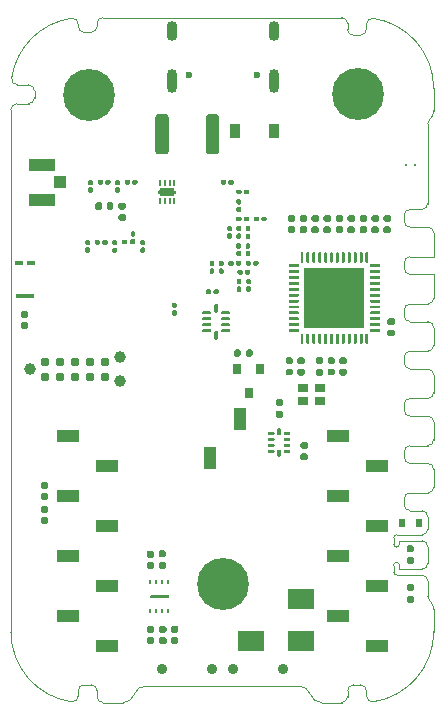
<source format=gbs>
G04 #@! TF.GenerationSoftware,KiCad,Pcbnew,(5.1.10)-1*
G04 #@! TF.CreationDate,2021-07-14T14:20:25+08:00*
G04 #@! TF.ProjectId,BeagleConnect Freedom,42656167-6c65-4436-9f6e-6e6563742046,B*
G04 #@! TF.SameCoordinates,Original*
G04 #@! TF.FileFunction,Soldermask,Bot*
G04 #@! TF.FilePolarity,Negative*
%FSLAX46Y46*%
G04 Gerber Fmt 4.6, Leading zero omitted, Abs format (unit mm)*
G04 Created by KiCad (PCBNEW (5.1.10)-1) date 2021-07-14 14:20:25*
%MOMM*%
%LPD*%
G01*
G04 APERTURE LIST*
G04 #@! TA.AperFunction,Profile*
%ADD10C,0.050000*%
G04 #@! TD*
%ADD11C,0.152400*%
%ADD12R,5.150000X5.150000*%
%ADD13R,0.600000X0.700000*%
%ADD14R,2.250000X1.700000*%
%ADD15R,1.900000X1.000000*%
%ADD16R,1.000000X1.900000*%
%ADD17R,2.200000X1.050000*%
%ADD18R,1.050000X1.000000*%
%ADD19C,0.600000*%
%ADD20O,0.900000X1.700000*%
%ADD21O,0.900000X2.000000*%
%ADD22C,0.787400*%
%ADD23C,0.990600*%
%ADD24C,0.240000*%
%ADD25R,1.600000X0.350000*%
%ADD26R,0.650000X0.350000*%
%ADD27R,0.900000X0.800000*%
%ADD28R,0.250000X0.300000*%
%ADD29C,0.100000*%
%ADD30C,0.700000*%
%ADD31C,4.400000*%
%ADD32R,0.800000X0.900000*%
%ADD33R,0.900000X1.200000*%
%ADD34C,0.900000*%
%ADD35R,0.203200X0.558800*%
%ADD36R,1.244600X0.762000*%
G04 APERTURE END LIST*
D10*
X291863382Y-48158779D02*
X291863382Y-46158779D01*
X291863382Y-48158779D02*
G75*
G02*
X291363382Y-48658779I-500000J0D01*
G01*
X289863382Y-48658779D02*
X291363382Y-48658779D01*
X289363382Y-49158779D02*
G75*
G02*
X289863382Y-48658779I500000J0D01*
G01*
X289363382Y-49658779D02*
X289363382Y-49158779D01*
X289863382Y-50158779D02*
G75*
G02*
X289363382Y-49658779I0J500000D01*
G01*
X291363382Y-50158779D02*
X289863382Y-50158779D01*
X291363382Y-50158779D02*
G75*
G02*
X291863382Y-50658779I0J-500000D01*
G01*
X291863382Y-52158779D02*
X291863382Y-50658779D01*
X291863382Y-52158779D02*
G75*
G02*
X291363382Y-52658779I-500000J0D01*
G01*
X289863382Y-52658779D02*
X291363382Y-52658779D01*
X289363382Y-53158779D02*
G75*
G02*
X289863382Y-52658779I500000J0D01*
G01*
X289363382Y-53658779D02*
X289363382Y-53158779D01*
X289863382Y-54158779D02*
G75*
G02*
X289363382Y-53658779I0J500000D01*
G01*
X291363382Y-54158779D02*
X289863382Y-54158779D01*
X291363382Y-54158779D02*
G75*
G02*
X291863382Y-54658779I0J-500000D01*
G01*
X291863382Y-56158779D02*
X291863382Y-54658779D01*
X291863382Y-56158779D02*
G75*
G02*
X291363382Y-56658779I-500000J0D01*
G01*
X289863382Y-56658779D02*
X291363382Y-56658779D01*
X289363382Y-57158779D02*
G75*
G02*
X289863382Y-56658779I500000J0D01*
G01*
X289363382Y-57658779D02*
X289363382Y-57158779D01*
X289863382Y-58158779D02*
G75*
G02*
X289363382Y-57658779I0J500000D01*
G01*
X291363382Y-58158779D02*
X289863382Y-58158779D01*
X291363382Y-58158779D02*
G75*
G02*
X291863382Y-58658779I0J-500000D01*
G01*
X291863382Y-60158779D02*
X291863382Y-58658779D01*
X291863382Y-60158779D02*
G75*
G02*
X291363382Y-60658779I-500000J0D01*
G01*
X289863382Y-60658779D02*
X291363382Y-60658779D01*
X289363382Y-61158779D02*
G75*
G02*
X289863382Y-60658779I500000J0D01*
G01*
X289363382Y-61658779D02*
X289363382Y-61158779D01*
X289863382Y-62158779D02*
G75*
G02*
X289363382Y-61658779I0J500000D01*
G01*
X291363382Y-62158779D02*
X289863382Y-62158779D01*
X291363382Y-62158779D02*
G75*
G02*
X291863382Y-62658779I0J-500000D01*
G01*
X291863382Y-64158779D02*
X291863382Y-62658779D01*
X291863382Y-64158779D02*
G75*
G02*
X291363382Y-64658779I-500000J0D01*
G01*
X289863382Y-64658779D02*
X291363382Y-64658779D01*
X289363382Y-65158779D02*
G75*
G02*
X289863382Y-64658779I500000J0D01*
G01*
X289363382Y-65658779D02*
X289363382Y-65158779D01*
X289863382Y-66158779D02*
G75*
G02*
X289363382Y-65658779I0J500000D01*
G01*
X290863382Y-66158779D02*
X289863382Y-66158779D01*
X290863382Y-66158779D02*
G75*
G02*
X291363382Y-66658779I0J-500000D01*
G01*
X291363382Y-67708779D02*
X291363382Y-66658779D01*
X291363382Y-67708779D02*
G75*
G02*
X290863382Y-68208779I-500000J0D01*
G01*
X288713382Y-68208779D02*
X290863382Y-68208779D01*
X288463382Y-68458779D02*
G75*
G02*
X288713382Y-68208779I250000J0D01*
G01*
X288463382Y-69008779D02*
X288463382Y-68458779D01*
X288963382Y-69008779D02*
G75*
G02*
X288463382Y-69008779I-250000J0D01*
G01*
X288963382Y-68708779D02*
X288963382Y-69008779D01*
X290863382Y-68708779D02*
X288963382Y-68708779D01*
X290863382Y-68708779D02*
G75*
G02*
X291363382Y-69208779I0J-500000D01*
G01*
X291363382Y-70608779D02*
X291363382Y-69208779D01*
X291363382Y-70608779D02*
G75*
G02*
X290863382Y-71108779I-500000J0D01*
G01*
X288963382Y-71108779D02*
X290863382Y-71108779D01*
X288963382Y-70808779D02*
X288963382Y-71108779D01*
X288463382Y-70808779D02*
G75*
G02*
X288963382Y-70808779I250000J0D01*
G01*
X288463382Y-71358779D02*
X288463382Y-70808779D01*
X288713382Y-71608779D02*
G75*
G02*
X288463382Y-71358779I0J250000D01*
G01*
X290863382Y-71608779D02*
X288713382Y-71608779D01*
X290863382Y-71608779D02*
G75*
G02*
X291363382Y-72108779I0J-500000D01*
G01*
X291363382Y-73408779D02*
X291363382Y-72108779D01*
X291530049Y-73781457D02*
G75*
G02*
X291363382Y-73408779I333333J372678D01*
G01*
X291530049Y-73781457D02*
G75*
G02*
X291863382Y-74526813I-666667J-745356D01*
G01*
X291863382Y-76408779D02*
X291863382Y-74526813D01*
X291863381Y-76408779D02*
G75*
G02*
X286736109Y-82344968I-5999999J0D01*
G01*
X286736109Y-82344968D02*
G75*
G02*
X286163382Y-81850286I-72727J494682D01*
G01*
X286163382Y-81408779D02*
X286163382Y-81850286D01*
X285663382Y-80908779D02*
G75*
G02*
X286163382Y-81408779I0J-500000D01*
G01*
X285063382Y-80908779D02*
X285663382Y-80908779D01*
X284563382Y-81408779D02*
G75*
G02*
X285063382Y-80908779I500000J0D01*
G01*
X284563382Y-81908779D02*
X284563382Y-81408779D01*
X284563382Y-81908779D02*
G75*
G02*
X284063382Y-82408779I-500000J0D01*
G01*
X282371260Y-82408779D02*
X284063382Y-82408779D01*
X282371260Y-82408779D02*
G75*
G02*
X281417321Y-81708779I0J1000000D01*
G01*
X280463382Y-81008779D02*
G75*
G02*
X281417321Y-81708779I0J-1000000D01*
G01*
X267463382Y-81008779D02*
X280463382Y-81008779D01*
X266509443Y-81708779D02*
G75*
G02*
X267463382Y-81008779I953939J-300000D01*
G01*
X266509442Y-81708779D02*
G75*
G02*
X265555503Y-82408779I-953939J300000D01*
G01*
X263863382Y-82408779D02*
X265555503Y-82408779D01*
X263863382Y-82408779D02*
G75*
G02*
X263363382Y-81908779I0J500000D01*
G01*
X263363382Y-81408779D02*
X263363382Y-81908779D01*
X262863382Y-80908779D02*
G75*
G02*
X263363382Y-81408779I0J-500000D01*
G01*
X262263382Y-80908779D02*
X262863382Y-80908779D01*
X261763382Y-81408779D02*
G75*
G02*
X262263382Y-80908779I500000J0D01*
G01*
X261763382Y-81850286D02*
X261763382Y-81408779D01*
X261763382Y-81850287D02*
G75*
G02*
X261190654Y-82344968I-500000J1D01*
G01*
X261190655Y-82344969D02*
G75*
G02*
X256063382Y-76408779I872727J5936190D01*
G01*
X256063382Y-32208779D02*
X256063382Y-76408779D01*
X256063382Y-32208779D02*
G75*
G02*
X256563382Y-31708779I500000J0D01*
G01*
X257563382Y-31708779D02*
X256563382Y-31708779D01*
X258063382Y-31208779D02*
G75*
G02*
X257563382Y-31708779I-500000J0D01*
G01*
X258063382Y-30608779D02*
X258063382Y-31208779D01*
X257563382Y-30108779D02*
G75*
G02*
X258063382Y-30608779I0J-500000D01*
G01*
X256621874Y-30108779D02*
X257563382Y-30108779D01*
X256621874Y-30108778D02*
G75*
G02*
X256127192Y-29536052I0J499999D01*
G01*
X256127192Y-29536052D02*
G75*
G02*
X261190654Y-24472589I5936190J-872727D01*
G01*
X261190655Y-24472590D02*
G75*
G02*
X261763382Y-24967272I72727J-494682D01*
G01*
X261763382Y-25158779D02*
X261763382Y-24967272D01*
X262263382Y-25658779D02*
G75*
G02*
X261763382Y-25158779I0J500000D01*
G01*
X262863382Y-25658779D02*
X262263382Y-25658779D01*
X263363382Y-25158779D02*
G75*
G02*
X262863382Y-25658779I-500000J0D01*
G01*
X263363382Y-24908779D02*
X263363382Y-25158779D01*
X263363382Y-24908779D02*
G75*
G02*
X263863382Y-24408779I500000J0D01*
G01*
X284063382Y-24408779D02*
X263863382Y-24408779D01*
X284063382Y-24408779D02*
G75*
G02*
X284563382Y-24908779I0J-500000D01*
G01*
X284563382Y-25408779D02*
X284563382Y-24908779D01*
X285063382Y-25908779D02*
G75*
G02*
X284563382Y-25408779I0J500000D01*
G01*
X285663382Y-25908779D02*
X285063382Y-25908779D01*
X286163382Y-25408779D02*
G75*
G02*
X285663382Y-25908779I-500000J0D01*
G01*
X286163382Y-24967272D02*
X286163382Y-25408779D01*
X286163382Y-24967272D02*
G75*
G02*
X286736109Y-24472589I500000J0D01*
G01*
X286736109Y-24472589D02*
G75*
G02*
X291863382Y-30408779I-872727J-5936190D01*
G01*
X291863382Y-32290745D02*
X291863382Y-30408779D01*
X291863382Y-32290746D02*
G75*
G02*
X291530048Y-33036101I-1000000J1D01*
G01*
X291363382Y-33408779D02*
G75*
G02*
X291530048Y-33036101I500000J0D01*
G01*
X291363382Y-40158779D02*
X291363382Y-33408779D01*
X291363382Y-40158779D02*
G75*
G02*
X290863382Y-40658779I-500000J0D01*
G01*
X289863382Y-40658779D02*
X290863382Y-40658779D01*
X289363382Y-41158779D02*
G75*
G02*
X289863382Y-40658779I500000J0D01*
G01*
X289363382Y-41658779D02*
X289363382Y-41158779D01*
X289863382Y-42158779D02*
G75*
G02*
X289363382Y-41658779I0J500000D01*
G01*
X291363382Y-42158779D02*
X289863382Y-42158779D01*
X291363382Y-42158779D02*
G75*
G02*
X291863382Y-42658779I0J-500000D01*
G01*
X291863382Y-44658779D02*
X291863382Y-42658779D01*
X289863382Y-44658779D02*
X291863382Y-44658779D01*
X289363382Y-45158779D02*
G75*
G02*
X289863382Y-44658779I500000J0D01*
G01*
X289363382Y-45658779D02*
X289363382Y-45158779D01*
X289863382Y-46158779D02*
G75*
G02*
X289363382Y-45658779I0J500000D01*
G01*
X291863382Y-46158779D02*
X289863382Y-46158779D01*
X289363382Y-57658779D02*
X289363382Y-57158779D01*
X289863382Y-58158779D02*
G75*
G02*
X289363382Y-57658779I0J500000D01*
G01*
X291363382Y-58158779D02*
X289863382Y-58158779D01*
X291363382Y-58158779D02*
G75*
G02*
X291863382Y-58658779I0J-500000D01*
G01*
X291863382Y-60158779D02*
X291863382Y-58658779D01*
X291863382Y-60158779D02*
G75*
G02*
X291363382Y-60658779I-500000J0D01*
G01*
X289863382Y-60658779D02*
X291363382Y-60658779D01*
X289363382Y-61158779D02*
G75*
G02*
X289863382Y-60658779I500000J0D01*
G01*
X289363382Y-61658779D02*
X289363382Y-61158779D01*
X289863382Y-62158779D02*
G75*
G02*
X289363382Y-61658779I0J500000D01*
G01*
X291363382Y-62158779D02*
X289863382Y-62158779D01*
X291363382Y-62158779D02*
G75*
G02*
X291863382Y-62658779I0J-500000D01*
G01*
X291863382Y-64158779D02*
X291863382Y-62658779D01*
X291863382Y-64158779D02*
G75*
G02*
X291363382Y-64658779I-500000J0D01*
G01*
X289863382Y-64658779D02*
X291363382Y-64658779D01*
X289363382Y-65158779D02*
G75*
G02*
X289863382Y-64658779I500000J0D01*
G01*
X289363382Y-65658779D02*
X289363382Y-65158779D01*
X289863382Y-66158779D02*
G75*
G02*
X289363382Y-65658779I0J500000D01*
G01*
X290863382Y-66158779D02*
X289863382Y-66158779D01*
X290863382Y-66158779D02*
G75*
G02*
X291363382Y-66658779I0J-500000D01*
G01*
X291363382Y-67708779D02*
X291363382Y-66658779D01*
X291363382Y-67708779D02*
G75*
G02*
X290863382Y-68208779I-500000J0D01*
G01*
X288713382Y-68208779D02*
X290863382Y-68208779D01*
X288463382Y-68458779D02*
G75*
G02*
X288713382Y-68208779I250000J0D01*
G01*
X288463382Y-69008779D02*
X288463382Y-68458779D01*
X288963382Y-69008779D02*
G75*
G02*
X288463382Y-69008779I-250000J0D01*
G01*
X288963382Y-68708779D02*
X288963382Y-69008779D01*
X290863382Y-68708779D02*
X288963382Y-68708779D01*
X290863382Y-68708779D02*
G75*
G02*
X291363382Y-69208779I0J-500000D01*
G01*
X291363382Y-70608779D02*
X291363382Y-69208779D01*
X291363382Y-70608779D02*
G75*
G02*
X290863382Y-71108779I-500000J0D01*
G01*
X288963382Y-71108779D02*
X290863382Y-71108779D01*
X288963382Y-70808779D02*
X288963382Y-71108779D01*
X288463382Y-70808779D02*
G75*
G02*
X288963382Y-70808779I250000J0D01*
G01*
X288463382Y-71358779D02*
X288463382Y-70808779D01*
X288713382Y-71608779D02*
G75*
G02*
X288463382Y-71358779I0J250000D01*
G01*
X290863382Y-71608779D02*
X288713382Y-71608779D01*
X290863382Y-71608779D02*
G75*
G02*
X291363382Y-72108779I0J-500000D01*
G01*
X291363382Y-73408779D02*
X291363382Y-72108779D01*
X291530049Y-73781457D02*
G75*
G02*
X291363382Y-73408779I333333J372678D01*
G01*
X291530049Y-73781457D02*
G75*
G02*
X291863382Y-74526813I-666667J-745356D01*
G01*
X291863382Y-76408779D02*
X291863382Y-74526813D01*
X291863381Y-76408779D02*
G75*
G02*
X286736109Y-82344968I-5999999J0D01*
G01*
X286736109Y-82344968D02*
G75*
G02*
X286163382Y-81850286I-72727J494682D01*
G01*
X286163382Y-81408779D02*
X286163382Y-81850286D01*
X285663382Y-80908779D02*
G75*
G02*
X286163382Y-81408779I0J-500000D01*
G01*
X285063382Y-80908779D02*
X285663382Y-80908779D01*
X284563382Y-81408779D02*
G75*
G02*
X285063382Y-80908779I500000J0D01*
G01*
X284563382Y-81908779D02*
X284563382Y-81408779D01*
X284563382Y-81908779D02*
G75*
G02*
X284063382Y-82408779I-500000J0D01*
G01*
X282371260Y-82408779D02*
X284063382Y-82408779D01*
X282371260Y-82408779D02*
G75*
G02*
X281417321Y-81708779I0J1000000D01*
G01*
X280463382Y-81008779D02*
G75*
G02*
X281417321Y-81708779I0J-1000000D01*
G01*
X267463382Y-81008779D02*
X280463382Y-81008779D01*
X266509443Y-81708779D02*
G75*
G02*
X267463382Y-81008779I953939J-300000D01*
G01*
X266509442Y-81708779D02*
G75*
G02*
X265555503Y-82408779I-953939J300000D01*
G01*
X263863382Y-82408779D02*
X265555503Y-82408779D01*
X263863382Y-82408779D02*
G75*
G02*
X263363382Y-81908779I0J500000D01*
G01*
X263363382Y-81408779D02*
X263363382Y-81908779D01*
X262863382Y-80908779D02*
G75*
G02*
X263363382Y-81408779I0J-500000D01*
G01*
X262263382Y-80908779D02*
X262863382Y-80908779D01*
X261763382Y-81408779D02*
G75*
G02*
X262263382Y-80908779I500000J0D01*
G01*
X261763382Y-81850286D02*
X261763382Y-81408779D01*
X261763382Y-81850287D02*
G75*
G02*
X261190654Y-82344968I-500000J1D01*
G01*
X261190655Y-82344969D02*
G75*
G02*
X256063382Y-76408779I872727J5936190D01*
G01*
X256063382Y-32208779D02*
X256063382Y-76408779D01*
X256063382Y-32208779D02*
G75*
G02*
X256563382Y-31708779I500000J0D01*
G01*
X257563382Y-31708779D02*
X256563382Y-31708779D01*
X258063382Y-31208779D02*
G75*
G02*
X257563382Y-31708779I-500000J0D01*
G01*
X258063382Y-30608779D02*
X258063382Y-31208779D01*
X257563382Y-30108779D02*
G75*
G02*
X258063382Y-30608779I0J-500000D01*
G01*
X256621874Y-30108779D02*
X257563382Y-30108779D01*
X256621874Y-30108778D02*
G75*
G02*
X256127192Y-29536052I0J499999D01*
G01*
X256127192Y-29536052D02*
G75*
G02*
X261190654Y-24472589I5936190J-872727D01*
G01*
X261190655Y-24472590D02*
G75*
G02*
X261763382Y-24967272I72727J-494682D01*
G01*
X261763382Y-25158779D02*
X261763382Y-24967272D01*
X262263382Y-25658779D02*
G75*
G02*
X261763382Y-25158779I0J500000D01*
G01*
X262863382Y-25658779D02*
X262263382Y-25658779D01*
X263363382Y-25158779D02*
G75*
G02*
X262863382Y-25658779I-500000J0D01*
G01*
X263363382Y-24908779D02*
X263363382Y-25158779D01*
X263363382Y-24908779D02*
G75*
G02*
X263863382Y-24408779I500000J0D01*
G01*
X284063382Y-24408779D02*
X263863382Y-24408779D01*
X284063382Y-24408779D02*
G75*
G02*
X284563382Y-24908779I0J-500000D01*
G01*
X284563382Y-25408779D02*
X284563382Y-24908779D01*
X285063382Y-25908779D02*
G75*
G02*
X284563382Y-25408779I0J500000D01*
G01*
X285663382Y-25908779D02*
X285063382Y-25908779D01*
X286163382Y-25408779D02*
G75*
G02*
X285663382Y-25908779I-500000J0D01*
G01*
X286163382Y-24967272D02*
X286163382Y-25408779D01*
X286163382Y-24967272D02*
G75*
G02*
X286736109Y-24472589I500000J0D01*
G01*
X286736109Y-24472589D02*
G75*
G02*
X291863382Y-30408779I-872727J-5936190D01*
G01*
X291863382Y-32290745D02*
X291863382Y-30408779D01*
X291863382Y-32290746D02*
G75*
G02*
X291530048Y-33036101I-1000000J1D01*
G01*
X291363382Y-33408779D02*
G75*
G02*
X291530048Y-33036101I500000J0D01*
G01*
X291363382Y-40158779D02*
X291363382Y-33408779D01*
X291363382Y-40158779D02*
G75*
G02*
X290863382Y-40658779I-500000J0D01*
G01*
X289863382Y-40658779D02*
X290863382Y-40658779D01*
X289363382Y-41158779D02*
G75*
G02*
X289863382Y-40658779I500000J0D01*
G01*
X289363382Y-41658779D02*
X289363382Y-41158779D01*
X289863382Y-42158779D02*
G75*
G02*
X289363382Y-41658779I0J500000D01*
G01*
X291363382Y-42158779D02*
X289863382Y-42158779D01*
X291363382Y-42158779D02*
G75*
G02*
X291863382Y-42658779I0J-500000D01*
G01*
X291863382Y-44658779D02*
X291863382Y-42658779D01*
X289863382Y-44658779D02*
X291863382Y-44658779D01*
X289363382Y-45158779D02*
G75*
G02*
X289863382Y-44658779I500000J0D01*
G01*
X289363382Y-45658779D02*
X289363382Y-45158779D01*
X289863382Y-46158779D02*
G75*
G02*
X289363382Y-45658779I0J500000D01*
G01*
X291863382Y-46158779D02*
X289863382Y-46158779D01*
X291863382Y-48158779D02*
X291863382Y-46158779D01*
X291863382Y-48158779D02*
G75*
G02*
X291363382Y-48658779I-500000J0D01*
G01*
X289863382Y-48658779D02*
X291363382Y-48658779D01*
X289363382Y-49158779D02*
G75*
G02*
X289863382Y-48658779I500000J0D01*
G01*
X289363382Y-49658779D02*
X289363382Y-49158779D01*
X289863382Y-50158779D02*
G75*
G02*
X289363382Y-49658779I0J500000D01*
G01*
X291363382Y-50158779D02*
X289863382Y-50158779D01*
X291363382Y-50158779D02*
G75*
G02*
X291863382Y-50658779I0J-500000D01*
G01*
X291863382Y-52158779D02*
X291863382Y-50658779D01*
X291863382Y-52158779D02*
G75*
G02*
X291363382Y-52658779I-500000J0D01*
G01*
X289863382Y-52658779D02*
X291363382Y-52658779D01*
X289363382Y-53158779D02*
G75*
G02*
X289863382Y-52658779I500000J0D01*
G01*
X289363382Y-53658779D02*
X289363382Y-53158779D01*
X289863382Y-54158779D02*
G75*
G02*
X289363382Y-53658779I0J500000D01*
G01*
X291363382Y-54158779D02*
X289863382Y-54158779D01*
X291363382Y-54158779D02*
G75*
G02*
X291863382Y-54658779I0J-500000D01*
G01*
X291863382Y-56158779D02*
X291863382Y-54658779D01*
X291863382Y-56158779D02*
G75*
G02*
X291363382Y-56658779I-500000J0D01*
G01*
X289863382Y-56658779D02*
X291363382Y-56658779D01*
X289363382Y-57158779D02*
G75*
G02*
X289863382Y-56658779I500000J0D01*
G01*
X286463382Y-30908779D02*
G75*
G03*
X286463382Y-30908779I-1100000J0D01*
G01*
X263663382Y-30908779D02*
G75*
G03*
X263663382Y-30908779I-1100000J0D01*
G01*
X286463382Y-30908779D02*
G75*
G03*
X286463382Y-30908779I-1100000J0D01*
G01*
X263663382Y-30908779D02*
G75*
G03*
X263663382Y-30908779I-1100000J0D01*
G01*
D11*
X269922300Y-39160000D02*
X269922300Y-39261600D01*
X269973100Y-39160000D02*
X269922300Y-39160000D01*
X269973100Y-39261600D02*
X269973100Y-39160000D01*
X269922300Y-39261600D02*
X269973100Y-39261600D01*
X269922300Y-39160000D02*
X269922300Y-39058400D01*
X269973100Y-39160000D02*
X269922300Y-39160000D01*
X269973100Y-39058400D02*
X269973100Y-39160000D01*
X269922300Y-39058400D02*
X269973100Y-39058400D01*
X268677700Y-39160000D02*
X268677700Y-39261600D01*
X268626900Y-39160000D02*
X268677700Y-39160000D01*
X268626900Y-39261600D02*
X268626900Y-39160000D01*
X268677700Y-39261600D02*
X268626900Y-39261600D01*
X268677700Y-39160000D02*
X268677700Y-39058400D01*
X268626900Y-39160000D02*
X268677700Y-39160000D01*
X268626900Y-39058400D02*
X268626900Y-39160000D01*
X268677700Y-39058400D02*
X268626900Y-39058400D01*
G36*
G01*
X274296000Y-38254000D02*
X274296000Y-38454000D01*
G75*
G02*
X274196000Y-38554000I-100000J0D01*
G01*
X273936000Y-38554000D01*
G75*
G02*
X273836000Y-38454000I0J100000D01*
G01*
X273836000Y-38254000D01*
G75*
G02*
X273936000Y-38154000I100000J0D01*
G01*
X274196000Y-38154000D01*
G75*
G02*
X274296000Y-38254000I0J-100000D01*
G01*
G37*
G36*
G01*
X274936000Y-38254000D02*
X274936000Y-38454000D01*
G75*
G02*
X274836000Y-38554000I-100000J0D01*
G01*
X274576000Y-38554000D01*
G75*
G02*
X274476000Y-38454000I0J100000D01*
G01*
X274476000Y-38254000D01*
G75*
G02*
X274576000Y-38154000I100000J0D01*
G01*
X274836000Y-38154000D01*
G75*
G02*
X274936000Y-38254000I0J-100000D01*
G01*
G37*
D12*
X283460000Y-48170000D03*
G36*
G01*
X280585000Y-51982500D02*
X280585000Y-51232500D01*
G75*
G02*
X280647500Y-51170000I62500J0D01*
G01*
X280772500Y-51170000D01*
G75*
G02*
X280835000Y-51232500I0J-62500D01*
G01*
X280835000Y-51982500D01*
G75*
G02*
X280772500Y-52045000I-62500J0D01*
G01*
X280647500Y-52045000D01*
G75*
G02*
X280585000Y-51982500I0J62500D01*
G01*
G37*
G36*
G01*
X281085000Y-51982500D02*
X281085000Y-51232500D01*
G75*
G02*
X281147500Y-51170000I62500J0D01*
G01*
X281272500Y-51170000D01*
G75*
G02*
X281335000Y-51232500I0J-62500D01*
G01*
X281335000Y-51982500D01*
G75*
G02*
X281272500Y-52045000I-62500J0D01*
G01*
X281147500Y-52045000D01*
G75*
G02*
X281085000Y-51982500I0J62500D01*
G01*
G37*
G36*
G01*
X281585000Y-51982500D02*
X281585000Y-51232500D01*
G75*
G02*
X281647500Y-51170000I62500J0D01*
G01*
X281772500Y-51170000D01*
G75*
G02*
X281835000Y-51232500I0J-62500D01*
G01*
X281835000Y-51982500D01*
G75*
G02*
X281772500Y-52045000I-62500J0D01*
G01*
X281647500Y-52045000D01*
G75*
G02*
X281585000Y-51982500I0J62500D01*
G01*
G37*
G36*
G01*
X282085000Y-51982500D02*
X282085000Y-51232500D01*
G75*
G02*
X282147500Y-51170000I62500J0D01*
G01*
X282272500Y-51170000D01*
G75*
G02*
X282335000Y-51232500I0J-62500D01*
G01*
X282335000Y-51982500D01*
G75*
G02*
X282272500Y-52045000I-62500J0D01*
G01*
X282147500Y-52045000D01*
G75*
G02*
X282085000Y-51982500I0J62500D01*
G01*
G37*
G36*
G01*
X282585000Y-51982500D02*
X282585000Y-51232500D01*
G75*
G02*
X282647500Y-51170000I62500J0D01*
G01*
X282772500Y-51170000D01*
G75*
G02*
X282835000Y-51232500I0J-62500D01*
G01*
X282835000Y-51982500D01*
G75*
G02*
X282772500Y-52045000I-62500J0D01*
G01*
X282647500Y-52045000D01*
G75*
G02*
X282585000Y-51982500I0J62500D01*
G01*
G37*
G36*
G01*
X283085000Y-51982500D02*
X283085000Y-51232500D01*
G75*
G02*
X283147500Y-51170000I62500J0D01*
G01*
X283272500Y-51170000D01*
G75*
G02*
X283335000Y-51232500I0J-62500D01*
G01*
X283335000Y-51982500D01*
G75*
G02*
X283272500Y-52045000I-62500J0D01*
G01*
X283147500Y-52045000D01*
G75*
G02*
X283085000Y-51982500I0J62500D01*
G01*
G37*
G36*
G01*
X283585000Y-51982500D02*
X283585000Y-51232500D01*
G75*
G02*
X283647500Y-51170000I62500J0D01*
G01*
X283772500Y-51170000D01*
G75*
G02*
X283835000Y-51232500I0J-62500D01*
G01*
X283835000Y-51982500D01*
G75*
G02*
X283772500Y-52045000I-62500J0D01*
G01*
X283647500Y-52045000D01*
G75*
G02*
X283585000Y-51982500I0J62500D01*
G01*
G37*
G36*
G01*
X284085000Y-51982500D02*
X284085000Y-51232500D01*
G75*
G02*
X284147500Y-51170000I62500J0D01*
G01*
X284272500Y-51170000D01*
G75*
G02*
X284335000Y-51232500I0J-62500D01*
G01*
X284335000Y-51982500D01*
G75*
G02*
X284272500Y-52045000I-62500J0D01*
G01*
X284147500Y-52045000D01*
G75*
G02*
X284085000Y-51982500I0J62500D01*
G01*
G37*
G36*
G01*
X284585000Y-51982500D02*
X284585000Y-51232500D01*
G75*
G02*
X284647500Y-51170000I62500J0D01*
G01*
X284772500Y-51170000D01*
G75*
G02*
X284835000Y-51232500I0J-62500D01*
G01*
X284835000Y-51982500D01*
G75*
G02*
X284772500Y-52045000I-62500J0D01*
G01*
X284647500Y-52045000D01*
G75*
G02*
X284585000Y-51982500I0J62500D01*
G01*
G37*
G36*
G01*
X285085000Y-51982500D02*
X285085000Y-51232500D01*
G75*
G02*
X285147500Y-51170000I62500J0D01*
G01*
X285272500Y-51170000D01*
G75*
G02*
X285335000Y-51232500I0J-62500D01*
G01*
X285335000Y-51982500D01*
G75*
G02*
X285272500Y-52045000I-62500J0D01*
G01*
X285147500Y-52045000D01*
G75*
G02*
X285085000Y-51982500I0J62500D01*
G01*
G37*
G36*
G01*
X285585000Y-51982500D02*
X285585000Y-51232500D01*
G75*
G02*
X285647500Y-51170000I62500J0D01*
G01*
X285772500Y-51170000D01*
G75*
G02*
X285835000Y-51232500I0J-62500D01*
G01*
X285835000Y-51982500D01*
G75*
G02*
X285772500Y-52045000I-62500J0D01*
G01*
X285647500Y-52045000D01*
G75*
G02*
X285585000Y-51982500I0J62500D01*
G01*
G37*
G36*
G01*
X286085000Y-51982500D02*
X286085000Y-51232500D01*
G75*
G02*
X286147500Y-51170000I62500J0D01*
G01*
X286272500Y-51170000D01*
G75*
G02*
X286335000Y-51232500I0J-62500D01*
G01*
X286335000Y-51982500D01*
G75*
G02*
X286272500Y-52045000I-62500J0D01*
G01*
X286147500Y-52045000D01*
G75*
G02*
X286085000Y-51982500I0J62500D01*
G01*
G37*
G36*
G01*
X286460000Y-50982500D02*
X286460000Y-50857500D01*
G75*
G02*
X286522500Y-50795000I62500J0D01*
G01*
X287272500Y-50795000D01*
G75*
G02*
X287335000Y-50857500I0J-62500D01*
G01*
X287335000Y-50982500D01*
G75*
G02*
X287272500Y-51045000I-62500J0D01*
G01*
X286522500Y-51045000D01*
G75*
G02*
X286460000Y-50982500I0J62500D01*
G01*
G37*
G36*
G01*
X286460000Y-50482500D02*
X286460000Y-50357500D01*
G75*
G02*
X286522500Y-50295000I62500J0D01*
G01*
X287272500Y-50295000D01*
G75*
G02*
X287335000Y-50357500I0J-62500D01*
G01*
X287335000Y-50482500D01*
G75*
G02*
X287272500Y-50545000I-62500J0D01*
G01*
X286522500Y-50545000D01*
G75*
G02*
X286460000Y-50482500I0J62500D01*
G01*
G37*
G36*
G01*
X286460000Y-49982500D02*
X286460000Y-49857500D01*
G75*
G02*
X286522500Y-49795000I62500J0D01*
G01*
X287272500Y-49795000D01*
G75*
G02*
X287335000Y-49857500I0J-62500D01*
G01*
X287335000Y-49982500D01*
G75*
G02*
X287272500Y-50045000I-62500J0D01*
G01*
X286522500Y-50045000D01*
G75*
G02*
X286460000Y-49982500I0J62500D01*
G01*
G37*
G36*
G01*
X286460000Y-49482500D02*
X286460000Y-49357500D01*
G75*
G02*
X286522500Y-49295000I62500J0D01*
G01*
X287272500Y-49295000D01*
G75*
G02*
X287335000Y-49357500I0J-62500D01*
G01*
X287335000Y-49482500D01*
G75*
G02*
X287272500Y-49545000I-62500J0D01*
G01*
X286522500Y-49545000D01*
G75*
G02*
X286460000Y-49482500I0J62500D01*
G01*
G37*
G36*
G01*
X286460000Y-48982500D02*
X286460000Y-48857500D01*
G75*
G02*
X286522500Y-48795000I62500J0D01*
G01*
X287272500Y-48795000D01*
G75*
G02*
X287335000Y-48857500I0J-62500D01*
G01*
X287335000Y-48982500D01*
G75*
G02*
X287272500Y-49045000I-62500J0D01*
G01*
X286522500Y-49045000D01*
G75*
G02*
X286460000Y-48982500I0J62500D01*
G01*
G37*
G36*
G01*
X286460000Y-48482500D02*
X286460000Y-48357500D01*
G75*
G02*
X286522500Y-48295000I62500J0D01*
G01*
X287272500Y-48295000D01*
G75*
G02*
X287335000Y-48357500I0J-62500D01*
G01*
X287335000Y-48482500D01*
G75*
G02*
X287272500Y-48545000I-62500J0D01*
G01*
X286522500Y-48545000D01*
G75*
G02*
X286460000Y-48482500I0J62500D01*
G01*
G37*
G36*
G01*
X286460000Y-47982500D02*
X286460000Y-47857500D01*
G75*
G02*
X286522500Y-47795000I62500J0D01*
G01*
X287272500Y-47795000D01*
G75*
G02*
X287335000Y-47857500I0J-62500D01*
G01*
X287335000Y-47982500D01*
G75*
G02*
X287272500Y-48045000I-62500J0D01*
G01*
X286522500Y-48045000D01*
G75*
G02*
X286460000Y-47982500I0J62500D01*
G01*
G37*
G36*
G01*
X286460000Y-47482500D02*
X286460000Y-47357500D01*
G75*
G02*
X286522500Y-47295000I62500J0D01*
G01*
X287272500Y-47295000D01*
G75*
G02*
X287335000Y-47357500I0J-62500D01*
G01*
X287335000Y-47482500D01*
G75*
G02*
X287272500Y-47545000I-62500J0D01*
G01*
X286522500Y-47545000D01*
G75*
G02*
X286460000Y-47482500I0J62500D01*
G01*
G37*
G36*
G01*
X286460000Y-46982500D02*
X286460000Y-46857500D01*
G75*
G02*
X286522500Y-46795000I62500J0D01*
G01*
X287272500Y-46795000D01*
G75*
G02*
X287335000Y-46857500I0J-62500D01*
G01*
X287335000Y-46982500D01*
G75*
G02*
X287272500Y-47045000I-62500J0D01*
G01*
X286522500Y-47045000D01*
G75*
G02*
X286460000Y-46982500I0J62500D01*
G01*
G37*
G36*
G01*
X286460000Y-46482500D02*
X286460000Y-46357500D01*
G75*
G02*
X286522500Y-46295000I62500J0D01*
G01*
X287272500Y-46295000D01*
G75*
G02*
X287335000Y-46357500I0J-62500D01*
G01*
X287335000Y-46482500D01*
G75*
G02*
X287272500Y-46545000I-62500J0D01*
G01*
X286522500Y-46545000D01*
G75*
G02*
X286460000Y-46482500I0J62500D01*
G01*
G37*
G36*
G01*
X286460000Y-45982500D02*
X286460000Y-45857500D01*
G75*
G02*
X286522500Y-45795000I62500J0D01*
G01*
X287272500Y-45795000D01*
G75*
G02*
X287335000Y-45857500I0J-62500D01*
G01*
X287335000Y-45982500D01*
G75*
G02*
X287272500Y-46045000I-62500J0D01*
G01*
X286522500Y-46045000D01*
G75*
G02*
X286460000Y-45982500I0J62500D01*
G01*
G37*
G36*
G01*
X286460000Y-45482500D02*
X286460000Y-45357500D01*
G75*
G02*
X286522500Y-45295000I62500J0D01*
G01*
X287272500Y-45295000D01*
G75*
G02*
X287335000Y-45357500I0J-62500D01*
G01*
X287335000Y-45482500D01*
G75*
G02*
X287272500Y-45545000I-62500J0D01*
G01*
X286522500Y-45545000D01*
G75*
G02*
X286460000Y-45482500I0J62500D01*
G01*
G37*
G36*
G01*
X286085000Y-45107500D02*
X286085000Y-44357500D01*
G75*
G02*
X286147500Y-44295000I62500J0D01*
G01*
X286272500Y-44295000D01*
G75*
G02*
X286335000Y-44357500I0J-62500D01*
G01*
X286335000Y-45107500D01*
G75*
G02*
X286272500Y-45170000I-62500J0D01*
G01*
X286147500Y-45170000D01*
G75*
G02*
X286085000Y-45107500I0J62500D01*
G01*
G37*
G36*
G01*
X285585000Y-45107500D02*
X285585000Y-44357500D01*
G75*
G02*
X285647500Y-44295000I62500J0D01*
G01*
X285772500Y-44295000D01*
G75*
G02*
X285835000Y-44357500I0J-62500D01*
G01*
X285835000Y-45107500D01*
G75*
G02*
X285772500Y-45170000I-62500J0D01*
G01*
X285647500Y-45170000D01*
G75*
G02*
X285585000Y-45107500I0J62500D01*
G01*
G37*
G36*
G01*
X285085000Y-45107500D02*
X285085000Y-44357500D01*
G75*
G02*
X285147500Y-44295000I62500J0D01*
G01*
X285272500Y-44295000D01*
G75*
G02*
X285335000Y-44357500I0J-62500D01*
G01*
X285335000Y-45107500D01*
G75*
G02*
X285272500Y-45170000I-62500J0D01*
G01*
X285147500Y-45170000D01*
G75*
G02*
X285085000Y-45107500I0J62500D01*
G01*
G37*
G36*
G01*
X284585000Y-45107500D02*
X284585000Y-44357500D01*
G75*
G02*
X284647500Y-44295000I62500J0D01*
G01*
X284772500Y-44295000D01*
G75*
G02*
X284835000Y-44357500I0J-62500D01*
G01*
X284835000Y-45107500D01*
G75*
G02*
X284772500Y-45170000I-62500J0D01*
G01*
X284647500Y-45170000D01*
G75*
G02*
X284585000Y-45107500I0J62500D01*
G01*
G37*
G36*
G01*
X284085000Y-45107500D02*
X284085000Y-44357500D01*
G75*
G02*
X284147500Y-44295000I62500J0D01*
G01*
X284272500Y-44295000D01*
G75*
G02*
X284335000Y-44357500I0J-62500D01*
G01*
X284335000Y-45107500D01*
G75*
G02*
X284272500Y-45170000I-62500J0D01*
G01*
X284147500Y-45170000D01*
G75*
G02*
X284085000Y-45107500I0J62500D01*
G01*
G37*
G36*
G01*
X283585000Y-45107500D02*
X283585000Y-44357500D01*
G75*
G02*
X283647500Y-44295000I62500J0D01*
G01*
X283772500Y-44295000D01*
G75*
G02*
X283835000Y-44357500I0J-62500D01*
G01*
X283835000Y-45107500D01*
G75*
G02*
X283772500Y-45170000I-62500J0D01*
G01*
X283647500Y-45170000D01*
G75*
G02*
X283585000Y-45107500I0J62500D01*
G01*
G37*
G36*
G01*
X283085000Y-45107500D02*
X283085000Y-44357500D01*
G75*
G02*
X283147500Y-44295000I62500J0D01*
G01*
X283272500Y-44295000D01*
G75*
G02*
X283335000Y-44357500I0J-62500D01*
G01*
X283335000Y-45107500D01*
G75*
G02*
X283272500Y-45170000I-62500J0D01*
G01*
X283147500Y-45170000D01*
G75*
G02*
X283085000Y-45107500I0J62500D01*
G01*
G37*
G36*
G01*
X282585000Y-45107500D02*
X282585000Y-44357500D01*
G75*
G02*
X282647500Y-44295000I62500J0D01*
G01*
X282772500Y-44295000D01*
G75*
G02*
X282835000Y-44357500I0J-62500D01*
G01*
X282835000Y-45107500D01*
G75*
G02*
X282772500Y-45170000I-62500J0D01*
G01*
X282647500Y-45170000D01*
G75*
G02*
X282585000Y-45107500I0J62500D01*
G01*
G37*
G36*
G01*
X282085000Y-45107500D02*
X282085000Y-44357500D01*
G75*
G02*
X282147500Y-44295000I62500J0D01*
G01*
X282272500Y-44295000D01*
G75*
G02*
X282335000Y-44357500I0J-62500D01*
G01*
X282335000Y-45107500D01*
G75*
G02*
X282272500Y-45170000I-62500J0D01*
G01*
X282147500Y-45170000D01*
G75*
G02*
X282085000Y-45107500I0J62500D01*
G01*
G37*
G36*
G01*
X281585000Y-45107500D02*
X281585000Y-44357500D01*
G75*
G02*
X281647500Y-44295000I62500J0D01*
G01*
X281772500Y-44295000D01*
G75*
G02*
X281835000Y-44357500I0J-62500D01*
G01*
X281835000Y-45107500D01*
G75*
G02*
X281772500Y-45170000I-62500J0D01*
G01*
X281647500Y-45170000D01*
G75*
G02*
X281585000Y-45107500I0J62500D01*
G01*
G37*
G36*
G01*
X281085000Y-45107500D02*
X281085000Y-44357500D01*
G75*
G02*
X281147500Y-44295000I62500J0D01*
G01*
X281272500Y-44295000D01*
G75*
G02*
X281335000Y-44357500I0J-62500D01*
G01*
X281335000Y-45107500D01*
G75*
G02*
X281272500Y-45170000I-62500J0D01*
G01*
X281147500Y-45170000D01*
G75*
G02*
X281085000Y-45107500I0J62500D01*
G01*
G37*
G36*
G01*
X280585000Y-45107500D02*
X280585000Y-44357500D01*
G75*
G02*
X280647500Y-44295000I62500J0D01*
G01*
X280772500Y-44295000D01*
G75*
G02*
X280835000Y-44357500I0J-62500D01*
G01*
X280835000Y-45107500D01*
G75*
G02*
X280772500Y-45170000I-62500J0D01*
G01*
X280647500Y-45170000D01*
G75*
G02*
X280585000Y-45107500I0J62500D01*
G01*
G37*
G36*
G01*
X279585000Y-45482500D02*
X279585000Y-45357500D01*
G75*
G02*
X279647500Y-45295000I62500J0D01*
G01*
X280397500Y-45295000D01*
G75*
G02*
X280460000Y-45357500I0J-62500D01*
G01*
X280460000Y-45482500D01*
G75*
G02*
X280397500Y-45545000I-62500J0D01*
G01*
X279647500Y-45545000D01*
G75*
G02*
X279585000Y-45482500I0J62500D01*
G01*
G37*
G36*
G01*
X279585000Y-45982500D02*
X279585000Y-45857500D01*
G75*
G02*
X279647500Y-45795000I62500J0D01*
G01*
X280397500Y-45795000D01*
G75*
G02*
X280460000Y-45857500I0J-62500D01*
G01*
X280460000Y-45982500D01*
G75*
G02*
X280397500Y-46045000I-62500J0D01*
G01*
X279647500Y-46045000D01*
G75*
G02*
X279585000Y-45982500I0J62500D01*
G01*
G37*
G36*
G01*
X279585000Y-46482500D02*
X279585000Y-46357500D01*
G75*
G02*
X279647500Y-46295000I62500J0D01*
G01*
X280397500Y-46295000D01*
G75*
G02*
X280460000Y-46357500I0J-62500D01*
G01*
X280460000Y-46482500D01*
G75*
G02*
X280397500Y-46545000I-62500J0D01*
G01*
X279647500Y-46545000D01*
G75*
G02*
X279585000Y-46482500I0J62500D01*
G01*
G37*
G36*
G01*
X279585000Y-46982500D02*
X279585000Y-46857500D01*
G75*
G02*
X279647500Y-46795000I62500J0D01*
G01*
X280397500Y-46795000D01*
G75*
G02*
X280460000Y-46857500I0J-62500D01*
G01*
X280460000Y-46982500D01*
G75*
G02*
X280397500Y-47045000I-62500J0D01*
G01*
X279647500Y-47045000D01*
G75*
G02*
X279585000Y-46982500I0J62500D01*
G01*
G37*
G36*
G01*
X279585000Y-47482500D02*
X279585000Y-47357500D01*
G75*
G02*
X279647500Y-47295000I62500J0D01*
G01*
X280397500Y-47295000D01*
G75*
G02*
X280460000Y-47357500I0J-62500D01*
G01*
X280460000Y-47482500D01*
G75*
G02*
X280397500Y-47545000I-62500J0D01*
G01*
X279647500Y-47545000D01*
G75*
G02*
X279585000Y-47482500I0J62500D01*
G01*
G37*
G36*
G01*
X279585000Y-47982500D02*
X279585000Y-47857500D01*
G75*
G02*
X279647500Y-47795000I62500J0D01*
G01*
X280397500Y-47795000D01*
G75*
G02*
X280460000Y-47857500I0J-62500D01*
G01*
X280460000Y-47982500D01*
G75*
G02*
X280397500Y-48045000I-62500J0D01*
G01*
X279647500Y-48045000D01*
G75*
G02*
X279585000Y-47982500I0J62500D01*
G01*
G37*
G36*
G01*
X279585000Y-48482500D02*
X279585000Y-48357500D01*
G75*
G02*
X279647500Y-48295000I62500J0D01*
G01*
X280397500Y-48295000D01*
G75*
G02*
X280460000Y-48357500I0J-62500D01*
G01*
X280460000Y-48482500D01*
G75*
G02*
X280397500Y-48545000I-62500J0D01*
G01*
X279647500Y-48545000D01*
G75*
G02*
X279585000Y-48482500I0J62500D01*
G01*
G37*
G36*
G01*
X279585000Y-48982500D02*
X279585000Y-48857500D01*
G75*
G02*
X279647500Y-48795000I62500J0D01*
G01*
X280397500Y-48795000D01*
G75*
G02*
X280460000Y-48857500I0J-62500D01*
G01*
X280460000Y-48982500D01*
G75*
G02*
X280397500Y-49045000I-62500J0D01*
G01*
X279647500Y-49045000D01*
G75*
G02*
X279585000Y-48982500I0J62500D01*
G01*
G37*
G36*
G01*
X279585000Y-49482500D02*
X279585000Y-49357500D01*
G75*
G02*
X279647500Y-49295000I62500J0D01*
G01*
X280397500Y-49295000D01*
G75*
G02*
X280460000Y-49357500I0J-62500D01*
G01*
X280460000Y-49482500D01*
G75*
G02*
X280397500Y-49545000I-62500J0D01*
G01*
X279647500Y-49545000D01*
G75*
G02*
X279585000Y-49482500I0J62500D01*
G01*
G37*
G36*
G01*
X279585000Y-49982500D02*
X279585000Y-49857500D01*
G75*
G02*
X279647500Y-49795000I62500J0D01*
G01*
X280397500Y-49795000D01*
G75*
G02*
X280460000Y-49857500I0J-62500D01*
G01*
X280460000Y-49982500D01*
G75*
G02*
X280397500Y-50045000I-62500J0D01*
G01*
X279647500Y-50045000D01*
G75*
G02*
X279585000Y-49982500I0J62500D01*
G01*
G37*
G36*
G01*
X279585000Y-50482500D02*
X279585000Y-50357500D01*
G75*
G02*
X279647500Y-50295000I62500J0D01*
G01*
X280397500Y-50295000D01*
G75*
G02*
X280460000Y-50357500I0J-62500D01*
G01*
X280460000Y-50482500D01*
G75*
G02*
X280397500Y-50545000I-62500J0D01*
G01*
X279647500Y-50545000D01*
G75*
G02*
X279585000Y-50482500I0J62500D01*
G01*
G37*
G36*
G01*
X279585000Y-50982500D02*
X279585000Y-50857500D01*
G75*
G02*
X279647500Y-50795000I62500J0D01*
G01*
X280397500Y-50795000D01*
G75*
G02*
X280460000Y-50857500I0J-62500D01*
G01*
X280460000Y-50982500D01*
G75*
G02*
X280397500Y-51045000I-62500J0D01*
G01*
X279647500Y-51045000D01*
G75*
G02*
X279585000Y-50982500I0J62500D01*
G01*
G37*
D13*
X290600000Y-67200000D03*
X289200000Y-67200000D03*
G36*
G01*
X290052500Y-69690000D02*
X289707500Y-69690000D01*
G75*
G02*
X289560000Y-69542500I0J147500D01*
G01*
X289560000Y-69247500D01*
G75*
G02*
X289707500Y-69100000I147500J0D01*
G01*
X290052500Y-69100000D01*
G75*
G02*
X290200000Y-69247500I0J-147500D01*
G01*
X290200000Y-69542500D01*
G75*
G02*
X290052500Y-69690000I-147500J0D01*
G01*
G37*
G36*
G01*
X290052500Y-70660000D02*
X289707500Y-70660000D01*
G75*
G02*
X289560000Y-70512500I0J147500D01*
G01*
X289560000Y-70217500D01*
G75*
G02*
X289707500Y-70070000I147500J0D01*
G01*
X290052500Y-70070000D01*
G75*
G02*
X290200000Y-70217500I0J-147500D01*
G01*
X290200000Y-70512500D01*
G75*
G02*
X290052500Y-70660000I-147500J0D01*
G01*
G37*
D14*
X280610000Y-77180000D03*
X276360000Y-77180000D03*
X280610000Y-73680000D03*
G36*
G01*
X284352500Y-53765000D02*
X284007500Y-53765000D01*
G75*
G02*
X283860000Y-53617500I0J147500D01*
G01*
X283860000Y-53322500D01*
G75*
G02*
X284007500Y-53175000I147500J0D01*
G01*
X284352500Y-53175000D01*
G75*
G02*
X284500000Y-53322500I0J-147500D01*
G01*
X284500000Y-53617500D01*
G75*
G02*
X284352500Y-53765000I-147500J0D01*
G01*
G37*
G36*
G01*
X284352500Y-54735000D02*
X284007500Y-54735000D01*
G75*
G02*
X283860000Y-54587500I0J147500D01*
G01*
X283860000Y-54292500D01*
G75*
G02*
X284007500Y-54145000I147500J0D01*
G01*
X284352500Y-54145000D01*
G75*
G02*
X284500000Y-54292500I0J-147500D01*
G01*
X284500000Y-54587500D01*
G75*
G02*
X284352500Y-54735000I-147500J0D01*
G01*
G37*
D15*
X283740000Y-70040000D03*
X283740000Y-64960000D03*
X283740000Y-75120000D03*
X287040000Y-67500000D03*
X283740000Y-59880000D03*
X287040000Y-62420000D03*
X287040000Y-72580000D03*
X287040000Y-77660000D03*
X264180000Y-62420000D03*
X264180000Y-67500000D03*
X264180000Y-72580000D03*
X264180000Y-77660000D03*
X260880000Y-59880000D03*
X260880000Y-64960000D03*
X260880000Y-70040000D03*
X260880000Y-75120000D03*
D16*
X275420000Y-58370000D03*
X272880000Y-61670000D03*
G36*
G01*
X285052500Y-41710000D02*
X284707500Y-41710000D01*
G75*
G02*
X284560000Y-41562500I0J147500D01*
G01*
X284560000Y-41267500D01*
G75*
G02*
X284707500Y-41120000I147500J0D01*
G01*
X285052500Y-41120000D01*
G75*
G02*
X285200000Y-41267500I0J-147500D01*
G01*
X285200000Y-41562500D01*
G75*
G02*
X285052500Y-41710000I-147500J0D01*
G01*
G37*
G36*
G01*
X285052500Y-42680000D02*
X284707500Y-42680000D01*
G75*
G02*
X284560000Y-42532500I0J147500D01*
G01*
X284560000Y-42237500D01*
G75*
G02*
X284707500Y-42090000I147500J0D01*
G01*
X285052500Y-42090000D01*
G75*
G02*
X285200000Y-42237500I0J-147500D01*
G01*
X285200000Y-42532500D01*
G75*
G02*
X285052500Y-42680000I-147500J0D01*
G01*
G37*
G36*
G01*
X290062500Y-72980000D02*
X289717500Y-72980000D01*
G75*
G02*
X289570000Y-72832500I0J147500D01*
G01*
X289570000Y-72537500D01*
G75*
G02*
X289717500Y-72390000I147500J0D01*
G01*
X290062500Y-72390000D01*
G75*
G02*
X290210000Y-72537500I0J-147500D01*
G01*
X290210000Y-72832500D01*
G75*
G02*
X290062500Y-72980000I-147500J0D01*
G01*
G37*
G36*
G01*
X290062500Y-73950000D02*
X289717500Y-73950000D01*
G75*
G02*
X289570000Y-73802500I0J147500D01*
G01*
X289570000Y-73507500D01*
G75*
G02*
X289717500Y-73360000I147500J0D01*
G01*
X290062500Y-73360000D01*
G75*
G02*
X290210000Y-73507500I0J-147500D01*
G01*
X290210000Y-73802500D01*
G75*
G02*
X290062500Y-73950000I-147500J0D01*
G01*
G37*
D17*
X258725000Y-36885000D03*
X258725000Y-39835000D03*
D18*
X260250000Y-38360000D03*
D19*
X276890000Y-29270000D03*
X271110000Y-29270000D03*
D20*
X269680000Y-25580000D03*
X278320000Y-25580000D03*
D21*
X269680000Y-29750000D03*
X278320000Y-29750000D03*
G36*
G01*
X280457500Y-54155000D02*
X280802500Y-54155000D01*
G75*
G02*
X280950000Y-54302500I0J-147500D01*
G01*
X280950000Y-54597500D01*
G75*
G02*
X280802500Y-54745000I-147500J0D01*
G01*
X280457500Y-54745000D01*
G75*
G02*
X280310000Y-54597500I0J147500D01*
G01*
X280310000Y-54302500D01*
G75*
G02*
X280457500Y-54155000I147500J0D01*
G01*
G37*
G36*
G01*
X280457500Y-53185000D02*
X280802500Y-53185000D01*
G75*
G02*
X280950000Y-53332500I0J-147500D01*
G01*
X280950000Y-53627500D01*
G75*
G02*
X280802500Y-53775000I-147500J0D01*
G01*
X280457500Y-53775000D01*
G75*
G02*
X280310000Y-53627500I0J147500D01*
G01*
X280310000Y-53332500D01*
G75*
G02*
X280457500Y-53185000I147500J0D01*
G01*
G37*
G36*
G01*
X282017500Y-54155000D02*
X282362500Y-54155000D01*
G75*
G02*
X282510000Y-54302500I0J-147500D01*
G01*
X282510000Y-54597500D01*
G75*
G02*
X282362500Y-54745000I-147500J0D01*
G01*
X282017500Y-54745000D01*
G75*
G02*
X281870000Y-54597500I0J147500D01*
G01*
X281870000Y-54302500D01*
G75*
G02*
X282017500Y-54155000I147500J0D01*
G01*
G37*
G36*
G01*
X282017500Y-53185000D02*
X282362500Y-53185000D01*
G75*
G02*
X282510000Y-53332500I0J-147500D01*
G01*
X282510000Y-53627500D01*
G75*
G02*
X282362500Y-53775000I-147500J0D01*
G01*
X282017500Y-53775000D01*
G75*
G02*
X281870000Y-53627500I0J147500D01*
G01*
X281870000Y-53332500D01*
G75*
G02*
X282017500Y-53185000I147500J0D01*
G01*
G37*
D22*
X262735000Y-53560000D03*
X264005000Y-53560000D03*
X264005000Y-54830000D03*
X262735000Y-54830000D03*
D23*
X257655000Y-54195000D03*
X265275000Y-55211000D03*
X265275000Y-53179000D03*
D22*
X258925000Y-53560000D03*
X258925000Y-54830000D03*
X260195000Y-53560000D03*
X260195000Y-54830000D03*
X261465000Y-53560000D03*
X261465000Y-54830000D03*
D23*
X257655000Y-54189000D03*
X265275000Y-53173000D03*
X265275000Y-55205000D03*
D24*
X289480000Y-36880000D03*
X290280000Y-36880000D03*
D25*
X257260000Y-47959000D03*
D26*
X256760000Y-45159000D03*
X257760000Y-45159000D03*
G36*
G01*
X273290000Y-51620000D02*
X273290000Y-51020000D01*
G75*
G02*
X273365000Y-50945000I75000J0D01*
G01*
X273515000Y-50945000D01*
G75*
G02*
X273590000Y-51020000I0J-75000D01*
G01*
X273590000Y-51620000D01*
G75*
G02*
X273515000Y-51695000I-75000J0D01*
G01*
X273365000Y-51695000D01*
G75*
G02*
X273290000Y-51620000I0J75000D01*
G01*
G37*
G36*
G01*
X273290000Y-49320000D02*
X273290000Y-48720000D01*
G75*
G02*
X273365000Y-48645000I75000J0D01*
G01*
X273515000Y-48645000D01*
G75*
G02*
X273590000Y-48720000I0J-75000D01*
G01*
X273590000Y-49320000D01*
G75*
G02*
X273515000Y-49395000I-75000J0D01*
G01*
X273365000Y-49395000D01*
G75*
G02*
X273290000Y-49320000I0J75000D01*
G01*
G37*
G36*
G01*
X274552500Y-51045000D02*
X273927500Y-51045000D01*
G75*
G02*
X273865000Y-50982500I0J62500D01*
G01*
X273865000Y-50857500D01*
G75*
G02*
X273927500Y-50795000I62500J0D01*
G01*
X274552500Y-50795000D01*
G75*
G02*
X274615000Y-50857500I0J-62500D01*
G01*
X274615000Y-50982500D01*
G75*
G02*
X274552500Y-51045000I-62500J0D01*
G01*
G37*
G36*
G01*
X274552500Y-50545000D02*
X273927500Y-50545000D01*
G75*
G02*
X273865000Y-50482500I0J62500D01*
G01*
X273865000Y-50357500D01*
G75*
G02*
X273927500Y-50295000I62500J0D01*
G01*
X274552500Y-50295000D01*
G75*
G02*
X274615000Y-50357500I0J-62500D01*
G01*
X274615000Y-50482500D01*
G75*
G02*
X274552500Y-50545000I-62500J0D01*
G01*
G37*
G36*
G01*
X274552500Y-50045000D02*
X273927500Y-50045000D01*
G75*
G02*
X273865000Y-49982500I0J62500D01*
G01*
X273865000Y-49857500D01*
G75*
G02*
X273927500Y-49795000I62500J0D01*
G01*
X274552500Y-49795000D01*
G75*
G02*
X274615000Y-49857500I0J-62500D01*
G01*
X274615000Y-49982500D01*
G75*
G02*
X274552500Y-50045000I-62500J0D01*
G01*
G37*
G36*
G01*
X274552500Y-49545000D02*
X273927500Y-49545000D01*
G75*
G02*
X273865000Y-49482500I0J62500D01*
G01*
X273865000Y-49357500D01*
G75*
G02*
X273927500Y-49295000I62500J0D01*
G01*
X274552500Y-49295000D01*
G75*
G02*
X274615000Y-49357500I0J-62500D01*
G01*
X274615000Y-49482500D01*
G75*
G02*
X274552500Y-49545000I-62500J0D01*
G01*
G37*
G36*
G01*
X272952500Y-51045000D02*
X272327500Y-51045000D01*
G75*
G02*
X272265000Y-50982500I0J62500D01*
G01*
X272265000Y-50857500D01*
G75*
G02*
X272327500Y-50795000I62500J0D01*
G01*
X272952500Y-50795000D01*
G75*
G02*
X273015000Y-50857500I0J-62500D01*
G01*
X273015000Y-50982500D01*
G75*
G02*
X272952500Y-51045000I-62500J0D01*
G01*
G37*
G36*
G01*
X272952500Y-50545000D02*
X272327500Y-50545000D01*
G75*
G02*
X272265000Y-50482500I0J62500D01*
G01*
X272265000Y-50357500D01*
G75*
G02*
X272327500Y-50295000I62500J0D01*
G01*
X272952500Y-50295000D01*
G75*
G02*
X273015000Y-50357500I0J-62500D01*
G01*
X273015000Y-50482500D01*
G75*
G02*
X272952500Y-50545000I-62500J0D01*
G01*
G37*
G36*
G01*
X272952500Y-50045000D02*
X272327500Y-50045000D01*
G75*
G02*
X272265000Y-49982500I0J62500D01*
G01*
X272265000Y-49857500D01*
G75*
G02*
X272327500Y-49795000I62500J0D01*
G01*
X272952500Y-49795000D01*
G75*
G02*
X273015000Y-49857500I0J-62500D01*
G01*
X273015000Y-49982500D01*
G75*
G02*
X272952500Y-50045000I-62500J0D01*
G01*
G37*
G36*
G01*
X272952500Y-49545000D02*
X272327500Y-49545000D01*
G75*
G02*
X272265000Y-49482500I0J62500D01*
G01*
X272265000Y-49357500D01*
G75*
G02*
X272327500Y-49295000I62500J0D01*
G01*
X272952500Y-49295000D01*
G75*
G02*
X273015000Y-49357500I0J-62500D01*
G01*
X273015000Y-49482500D01*
G75*
G02*
X272952500Y-49545000I-62500J0D01*
G01*
G37*
G36*
G01*
X278710000Y-60990000D02*
X278860000Y-60990000D01*
G75*
G02*
X278935000Y-61065000I0J-75000D01*
G01*
X278935000Y-61515000D01*
G75*
G02*
X278860000Y-61590000I-75000J0D01*
G01*
X278710000Y-61590000D01*
G75*
G02*
X278635000Y-61515000I0J75000D01*
G01*
X278635000Y-61065000D01*
G75*
G02*
X278710000Y-60990000I75000J0D01*
G01*
G37*
G36*
G01*
X279185000Y-61202500D02*
X279185000Y-61077500D01*
G75*
G02*
X279247500Y-61015000I62500J0D01*
G01*
X279672500Y-61015000D01*
G75*
G02*
X279735000Y-61077500I0J-62500D01*
G01*
X279735000Y-61202500D01*
G75*
G02*
X279672500Y-61265000I-62500J0D01*
G01*
X279247500Y-61265000D01*
G75*
G02*
X279185000Y-61202500I0J62500D01*
G01*
G37*
G36*
G01*
X279185000Y-60702500D02*
X279185000Y-60577500D01*
G75*
G02*
X279247500Y-60515000I62500J0D01*
G01*
X279672500Y-60515000D01*
G75*
G02*
X279735000Y-60577500I0J-62500D01*
G01*
X279735000Y-60702500D01*
G75*
G02*
X279672500Y-60765000I-62500J0D01*
G01*
X279247500Y-60765000D01*
G75*
G02*
X279185000Y-60702500I0J62500D01*
G01*
G37*
G36*
G01*
X279185000Y-60202500D02*
X279185000Y-60077500D01*
G75*
G02*
X279247500Y-60015000I62500J0D01*
G01*
X279672500Y-60015000D01*
G75*
G02*
X279735000Y-60077500I0J-62500D01*
G01*
X279735000Y-60202500D01*
G75*
G02*
X279672500Y-60265000I-62500J0D01*
G01*
X279247500Y-60265000D01*
G75*
G02*
X279185000Y-60202500I0J62500D01*
G01*
G37*
G36*
G01*
X279185000Y-59702500D02*
X279185000Y-59577500D01*
G75*
G02*
X279247500Y-59515000I62500J0D01*
G01*
X279672500Y-59515000D01*
G75*
G02*
X279735000Y-59577500I0J-62500D01*
G01*
X279735000Y-59702500D01*
G75*
G02*
X279672500Y-59765000I-62500J0D01*
G01*
X279247500Y-59765000D01*
G75*
G02*
X279185000Y-59702500I0J62500D01*
G01*
G37*
G36*
G01*
X278710000Y-59190000D02*
X278860000Y-59190000D01*
G75*
G02*
X278935000Y-59265000I0J-75000D01*
G01*
X278935000Y-59715000D01*
G75*
G02*
X278860000Y-59790000I-75000J0D01*
G01*
X278710000Y-59790000D01*
G75*
G02*
X278635000Y-59715000I0J75000D01*
G01*
X278635000Y-59265000D01*
G75*
G02*
X278710000Y-59190000I75000J0D01*
G01*
G37*
G36*
G01*
X277835000Y-59702500D02*
X277835000Y-59577500D01*
G75*
G02*
X277897500Y-59515000I62500J0D01*
G01*
X278322500Y-59515000D01*
G75*
G02*
X278385000Y-59577500I0J-62500D01*
G01*
X278385000Y-59702500D01*
G75*
G02*
X278322500Y-59765000I-62500J0D01*
G01*
X277897500Y-59765000D01*
G75*
G02*
X277835000Y-59702500I0J62500D01*
G01*
G37*
G36*
G01*
X277835000Y-60202500D02*
X277835000Y-60077500D01*
G75*
G02*
X277897500Y-60015000I62500J0D01*
G01*
X278322500Y-60015000D01*
G75*
G02*
X278385000Y-60077500I0J-62500D01*
G01*
X278385000Y-60202500D01*
G75*
G02*
X278322500Y-60265000I-62500J0D01*
G01*
X277897500Y-60265000D01*
G75*
G02*
X277835000Y-60202500I0J62500D01*
G01*
G37*
G36*
G01*
X277835000Y-60702500D02*
X277835000Y-60577500D01*
G75*
G02*
X277897500Y-60515000I62500J0D01*
G01*
X278322500Y-60515000D01*
G75*
G02*
X278385000Y-60577500I0J-62500D01*
G01*
X278385000Y-60702500D01*
G75*
G02*
X278322500Y-60765000I-62500J0D01*
G01*
X277897500Y-60765000D01*
G75*
G02*
X277835000Y-60702500I0J62500D01*
G01*
G37*
G36*
G01*
X277835000Y-61202500D02*
X277835000Y-61077500D01*
G75*
G02*
X277897500Y-61015000I62500J0D01*
G01*
X278322500Y-61015000D01*
G75*
G02*
X278385000Y-61077500I0J-62500D01*
G01*
X278385000Y-61202500D01*
G75*
G02*
X278322500Y-61265000I-62500J0D01*
G01*
X277897500Y-61265000D01*
G75*
G02*
X277835000Y-61202500I0J62500D01*
G01*
G37*
G36*
G01*
X281072500Y-60935000D02*
X280727500Y-60935000D01*
G75*
G02*
X280580000Y-60787500I0J147500D01*
G01*
X280580000Y-60492500D01*
G75*
G02*
X280727500Y-60345000I147500J0D01*
G01*
X281072500Y-60345000D01*
G75*
G02*
X281220000Y-60492500I0J-147500D01*
G01*
X281220000Y-60787500D01*
G75*
G02*
X281072500Y-60935000I-147500J0D01*
G01*
G37*
G36*
G01*
X281072500Y-61905000D02*
X280727500Y-61905000D01*
G75*
G02*
X280580000Y-61757500I0J147500D01*
G01*
X280580000Y-61462500D01*
G75*
G02*
X280727500Y-61315000I147500J0D01*
G01*
X281072500Y-61315000D01*
G75*
G02*
X281220000Y-61462500I0J-147500D01*
G01*
X281220000Y-61757500D01*
G75*
G02*
X281072500Y-61905000I-147500J0D01*
G01*
G37*
G36*
G01*
X278962500Y-57320000D02*
X278617500Y-57320000D01*
G75*
G02*
X278470000Y-57172500I0J147500D01*
G01*
X278470000Y-56877500D01*
G75*
G02*
X278617500Y-56730000I147500J0D01*
G01*
X278962500Y-56730000D01*
G75*
G02*
X279110000Y-56877500I0J-147500D01*
G01*
X279110000Y-57172500D01*
G75*
G02*
X278962500Y-57320000I-147500J0D01*
G01*
G37*
G36*
G01*
X278962500Y-58290000D02*
X278617500Y-58290000D01*
G75*
G02*
X278470000Y-58142500I0J147500D01*
G01*
X278470000Y-57847500D01*
G75*
G02*
X278617500Y-57700000I147500J0D01*
G01*
X278962500Y-57700000D01*
G75*
G02*
X279110000Y-57847500I0J-147500D01*
G01*
X279110000Y-58142500D01*
G75*
G02*
X278962500Y-58290000I-147500J0D01*
G01*
G37*
G36*
G01*
X284042500Y-41705000D02*
X283697500Y-41705000D01*
G75*
G02*
X283550000Y-41557500I0J147500D01*
G01*
X283550000Y-41262500D01*
G75*
G02*
X283697500Y-41115000I147500J0D01*
G01*
X284042500Y-41115000D01*
G75*
G02*
X284190000Y-41262500I0J-147500D01*
G01*
X284190000Y-41557500D01*
G75*
G02*
X284042500Y-41705000I-147500J0D01*
G01*
G37*
G36*
G01*
X284042500Y-42675000D02*
X283697500Y-42675000D01*
G75*
G02*
X283550000Y-42527500I0J147500D01*
G01*
X283550000Y-42232500D01*
G75*
G02*
X283697500Y-42085000I147500J0D01*
G01*
X284042500Y-42085000D01*
G75*
G02*
X284190000Y-42232500I0J-147500D01*
G01*
X284190000Y-42527500D01*
G75*
G02*
X284042500Y-42675000I-147500J0D01*
G01*
G37*
G36*
G01*
X279637500Y-42085000D02*
X279982500Y-42085000D01*
G75*
G02*
X280130000Y-42232500I0J-147500D01*
G01*
X280130000Y-42527500D01*
G75*
G02*
X279982500Y-42675000I-147500J0D01*
G01*
X279637500Y-42675000D01*
G75*
G02*
X279490000Y-42527500I0J147500D01*
G01*
X279490000Y-42232500D01*
G75*
G02*
X279637500Y-42085000I147500J0D01*
G01*
G37*
G36*
G01*
X279637500Y-41115000D02*
X279982500Y-41115000D01*
G75*
G02*
X280130000Y-41262500I0J-147500D01*
G01*
X280130000Y-41557500D01*
G75*
G02*
X279982500Y-41705000I-147500J0D01*
G01*
X279637500Y-41705000D01*
G75*
G02*
X279490000Y-41557500I0J147500D01*
G01*
X279490000Y-41262500D01*
G75*
G02*
X279637500Y-41115000I147500J0D01*
G01*
G37*
G36*
G01*
X288422500Y-50445000D02*
X288077500Y-50445000D01*
G75*
G02*
X287930000Y-50297500I0J147500D01*
G01*
X287930000Y-50002500D01*
G75*
G02*
X288077500Y-49855000I147500J0D01*
G01*
X288422500Y-49855000D01*
G75*
G02*
X288570000Y-50002500I0J-147500D01*
G01*
X288570000Y-50297500D01*
G75*
G02*
X288422500Y-50445000I-147500J0D01*
G01*
G37*
G36*
G01*
X288422500Y-51415000D02*
X288077500Y-51415000D01*
G75*
G02*
X287930000Y-51267500I0J147500D01*
G01*
X287930000Y-50972500D01*
G75*
G02*
X288077500Y-50825000I147500J0D01*
G01*
X288422500Y-50825000D01*
G75*
G02*
X288570000Y-50972500I0J-147500D01*
G01*
X288570000Y-51267500D01*
G75*
G02*
X288422500Y-51415000I-147500J0D01*
G01*
G37*
G36*
G01*
X257053000Y-50204000D02*
X257398000Y-50204000D01*
G75*
G02*
X257545500Y-50351500I0J-147500D01*
G01*
X257545500Y-50646500D01*
G75*
G02*
X257398000Y-50794000I-147500J0D01*
G01*
X257053000Y-50794000D01*
G75*
G02*
X256905500Y-50646500I0J147500D01*
G01*
X256905500Y-50351500D01*
G75*
G02*
X257053000Y-50204000I147500J0D01*
G01*
G37*
G36*
G01*
X257053000Y-49234000D02*
X257398000Y-49234000D01*
G75*
G02*
X257545500Y-49381500I0J-147500D01*
G01*
X257545500Y-49676500D01*
G75*
G02*
X257398000Y-49824000I-147500J0D01*
G01*
X257053000Y-49824000D01*
G75*
G02*
X256905500Y-49676500I0J147500D01*
G01*
X256905500Y-49381500D01*
G75*
G02*
X257053000Y-49234000I147500J0D01*
G01*
G37*
G36*
G01*
X287747500Y-42100000D02*
X288092500Y-42100000D01*
G75*
G02*
X288240000Y-42247500I0J-147500D01*
G01*
X288240000Y-42542500D01*
G75*
G02*
X288092500Y-42690000I-147500J0D01*
G01*
X287747500Y-42690000D01*
G75*
G02*
X287600000Y-42542500I0J147500D01*
G01*
X287600000Y-42247500D01*
G75*
G02*
X287747500Y-42100000I147500J0D01*
G01*
G37*
G36*
G01*
X287747500Y-41130000D02*
X288092500Y-41130000D01*
G75*
G02*
X288240000Y-41277500I0J-147500D01*
G01*
X288240000Y-41572500D01*
G75*
G02*
X288092500Y-41720000I-147500J0D01*
G01*
X287747500Y-41720000D01*
G75*
G02*
X287600000Y-41572500I0J147500D01*
G01*
X287600000Y-41277500D01*
G75*
G02*
X287747500Y-41130000I147500J0D01*
G01*
G37*
G36*
G01*
X286737500Y-42090000D02*
X287082500Y-42090000D01*
G75*
G02*
X287230000Y-42237500I0J-147500D01*
G01*
X287230000Y-42532500D01*
G75*
G02*
X287082500Y-42680000I-147500J0D01*
G01*
X286737500Y-42680000D01*
G75*
G02*
X286590000Y-42532500I0J147500D01*
G01*
X286590000Y-42237500D01*
G75*
G02*
X286737500Y-42090000I147500J0D01*
G01*
G37*
G36*
G01*
X286737500Y-41120000D02*
X287082500Y-41120000D01*
G75*
G02*
X287230000Y-41267500I0J-147500D01*
G01*
X287230000Y-41562500D01*
G75*
G02*
X287082500Y-41710000I-147500J0D01*
G01*
X286737500Y-41710000D01*
G75*
G02*
X286590000Y-41562500I0J147500D01*
G01*
X286590000Y-41267500D01*
G75*
G02*
X286737500Y-41120000I147500J0D01*
G01*
G37*
G36*
G01*
X258737500Y-64695000D02*
X259082500Y-64695000D01*
G75*
G02*
X259230000Y-64842500I0J-147500D01*
G01*
X259230000Y-65137500D01*
G75*
G02*
X259082500Y-65285000I-147500J0D01*
G01*
X258737500Y-65285000D01*
G75*
G02*
X258590000Y-65137500I0J147500D01*
G01*
X258590000Y-64842500D01*
G75*
G02*
X258737500Y-64695000I147500J0D01*
G01*
G37*
G36*
G01*
X258737500Y-63725000D02*
X259082500Y-63725000D01*
G75*
G02*
X259230000Y-63872500I0J-147500D01*
G01*
X259230000Y-64167500D01*
G75*
G02*
X259082500Y-64315000I-147500J0D01*
G01*
X258737500Y-64315000D01*
G75*
G02*
X258590000Y-64167500I0J147500D01*
G01*
X258590000Y-63872500D01*
G75*
G02*
X258737500Y-63725000I147500J0D01*
G01*
G37*
G36*
G01*
X258737500Y-66725000D02*
X259082500Y-66725000D01*
G75*
G02*
X259230000Y-66872500I0J-147500D01*
G01*
X259230000Y-67167500D01*
G75*
G02*
X259082500Y-67315000I-147500J0D01*
G01*
X258737500Y-67315000D01*
G75*
G02*
X258590000Y-67167500I0J147500D01*
G01*
X258590000Y-66872500D01*
G75*
G02*
X258737500Y-66725000I147500J0D01*
G01*
G37*
G36*
G01*
X258737500Y-65755000D02*
X259082500Y-65755000D01*
G75*
G02*
X259230000Y-65902500I0J-147500D01*
G01*
X259230000Y-66197500D01*
G75*
G02*
X259082500Y-66345000I-147500J0D01*
G01*
X258737500Y-66345000D01*
G75*
G02*
X258590000Y-66197500I0J147500D01*
G01*
X258590000Y-65902500D01*
G75*
G02*
X258737500Y-65755000I147500J0D01*
G01*
G37*
D27*
X282200000Y-55740000D03*
X280800000Y-55740000D03*
X280800000Y-56840000D03*
X282200000Y-56840000D03*
G36*
G01*
X268062500Y-76505000D02*
X267717500Y-76505000D01*
G75*
G02*
X267570000Y-76357500I0J147500D01*
G01*
X267570000Y-76062500D01*
G75*
G02*
X267717500Y-75915000I147500J0D01*
G01*
X268062500Y-75915000D01*
G75*
G02*
X268210000Y-76062500I0J-147500D01*
G01*
X268210000Y-76357500D01*
G75*
G02*
X268062500Y-76505000I-147500J0D01*
G01*
G37*
G36*
G01*
X268062500Y-77475000D02*
X267717500Y-77475000D01*
G75*
G02*
X267570000Y-77327500I0J147500D01*
G01*
X267570000Y-77032500D01*
G75*
G02*
X267717500Y-76885000I147500J0D01*
G01*
X268062500Y-76885000D01*
G75*
G02*
X268210000Y-77032500I0J-147500D01*
G01*
X268210000Y-77327500D01*
G75*
G02*
X268062500Y-77475000I-147500J0D01*
G01*
G37*
G36*
G01*
X280992500Y-42675000D02*
X280647500Y-42675000D01*
G75*
G02*
X280500000Y-42527500I0J147500D01*
G01*
X280500000Y-42232500D01*
G75*
G02*
X280647500Y-42085000I147500J0D01*
G01*
X280992500Y-42085000D01*
G75*
G02*
X281140000Y-42232500I0J-147500D01*
G01*
X281140000Y-42527500D01*
G75*
G02*
X280992500Y-42675000I-147500J0D01*
G01*
G37*
G36*
G01*
X280992500Y-41705000D02*
X280647500Y-41705000D01*
G75*
G02*
X280500000Y-41557500I0J147500D01*
G01*
X280500000Y-41262500D01*
G75*
G02*
X280647500Y-41115000I147500J0D01*
G01*
X280992500Y-41115000D01*
G75*
G02*
X281140000Y-41262500I0J-147500D01*
G01*
X281140000Y-41557500D01*
G75*
G02*
X280992500Y-41705000I-147500J0D01*
G01*
G37*
G36*
G01*
X270102500Y-77460000D02*
X269757500Y-77460000D01*
G75*
G02*
X269610000Y-77312500I0J147500D01*
G01*
X269610000Y-77017500D01*
G75*
G02*
X269757500Y-76870000I147500J0D01*
G01*
X270102500Y-76870000D01*
G75*
G02*
X270250000Y-77017500I0J-147500D01*
G01*
X270250000Y-77312500D01*
G75*
G02*
X270102500Y-77460000I-147500J0D01*
G01*
G37*
G36*
G01*
X270102500Y-76490000D02*
X269757500Y-76490000D01*
G75*
G02*
X269610000Y-76342500I0J147500D01*
G01*
X269610000Y-76047500D01*
G75*
G02*
X269757500Y-75900000I147500J0D01*
G01*
X270102500Y-75900000D01*
G75*
G02*
X270250000Y-76047500I0J-147500D01*
G01*
X270250000Y-76342500D01*
G75*
G02*
X270102500Y-76490000I-147500J0D01*
G01*
G37*
G36*
G01*
X268717500Y-70500000D02*
X269062500Y-70500000D01*
G75*
G02*
X269210000Y-70647500I0J-147500D01*
G01*
X269210000Y-70942500D01*
G75*
G02*
X269062500Y-71090000I-147500J0D01*
G01*
X268717500Y-71090000D01*
G75*
G02*
X268570000Y-70942500I0J147500D01*
G01*
X268570000Y-70647500D01*
G75*
G02*
X268717500Y-70500000I147500J0D01*
G01*
G37*
G36*
G01*
X268717500Y-69530000D02*
X269062500Y-69530000D01*
G75*
G02*
X269210000Y-69677500I0J-147500D01*
G01*
X269210000Y-69972500D01*
G75*
G02*
X269062500Y-70120000I-147500J0D01*
G01*
X268717500Y-70120000D01*
G75*
G02*
X268570000Y-69972500I0J147500D01*
G01*
X268570000Y-69677500D01*
G75*
G02*
X268717500Y-69530000I147500J0D01*
G01*
G37*
G36*
G01*
X267707500Y-70510000D02*
X268052500Y-70510000D01*
G75*
G02*
X268200000Y-70657500I0J-147500D01*
G01*
X268200000Y-70952500D01*
G75*
G02*
X268052500Y-71100000I-147500J0D01*
G01*
X267707500Y-71100000D01*
G75*
G02*
X267560000Y-70952500I0J147500D01*
G01*
X267560000Y-70657500D01*
G75*
G02*
X267707500Y-70510000I147500J0D01*
G01*
G37*
G36*
G01*
X267707500Y-69540000D02*
X268052500Y-69540000D01*
G75*
G02*
X268200000Y-69687500I0J-147500D01*
G01*
X268200000Y-69982500D01*
G75*
G02*
X268052500Y-70130000I-147500J0D01*
G01*
X267707500Y-70130000D01*
G75*
G02*
X267560000Y-69982500I0J147500D01*
G01*
X267560000Y-69687500D01*
G75*
G02*
X267707500Y-69540000I147500J0D01*
G01*
G37*
G36*
G01*
X269092500Y-77470000D02*
X268747500Y-77470000D01*
G75*
G02*
X268600000Y-77322500I0J147500D01*
G01*
X268600000Y-77027500D01*
G75*
G02*
X268747500Y-76880000I147500J0D01*
G01*
X269092500Y-76880000D01*
G75*
G02*
X269240000Y-77027500I0J-147500D01*
G01*
X269240000Y-77322500D01*
G75*
G02*
X269092500Y-77470000I-147500J0D01*
G01*
G37*
G36*
G01*
X269092500Y-76500000D02*
X268747500Y-76500000D01*
G75*
G02*
X268600000Y-76352500I0J147500D01*
G01*
X268600000Y-76057500D01*
G75*
G02*
X268747500Y-75910000I147500J0D01*
G01*
X269092500Y-75910000D01*
G75*
G02*
X269240000Y-76057500I0J-147500D01*
G01*
X269240000Y-76352500D01*
G75*
G02*
X269092500Y-76500000I-147500J0D01*
G01*
G37*
G36*
G01*
X282002500Y-41705000D02*
X281657500Y-41705000D01*
G75*
G02*
X281510000Y-41557500I0J147500D01*
G01*
X281510000Y-41262500D01*
G75*
G02*
X281657500Y-41115000I147500J0D01*
G01*
X282002500Y-41115000D01*
G75*
G02*
X282150000Y-41262500I0J-147500D01*
G01*
X282150000Y-41557500D01*
G75*
G02*
X282002500Y-41705000I-147500J0D01*
G01*
G37*
G36*
G01*
X282002500Y-42675000D02*
X281657500Y-42675000D01*
G75*
G02*
X281510000Y-42527500I0J147500D01*
G01*
X281510000Y-42232500D01*
G75*
G02*
X281657500Y-42085000I147500J0D01*
G01*
X282002500Y-42085000D01*
G75*
G02*
X282150000Y-42232500I0J-147500D01*
G01*
X282150000Y-42527500D01*
G75*
G02*
X282002500Y-42675000I-147500J0D01*
G01*
G37*
G36*
G01*
X283022500Y-42680000D02*
X282677500Y-42680000D01*
G75*
G02*
X282530000Y-42532500I0J147500D01*
G01*
X282530000Y-42237500D01*
G75*
G02*
X282677500Y-42090000I147500J0D01*
G01*
X283022500Y-42090000D01*
G75*
G02*
X283170000Y-42237500I0J-147500D01*
G01*
X283170000Y-42532500D01*
G75*
G02*
X283022500Y-42680000I-147500J0D01*
G01*
G37*
G36*
G01*
X283022500Y-41710000D02*
X282677500Y-41710000D01*
G75*
G02*
X282530000Y-41562500I0J147500D01*
G01*
X282530000Y-41267500D01*
G75*
G02*
X282677500Y-41120000I147500J0D01*
G01*
X283022500Y-41120000D01*
G75*
G02*
X283170000Y-41267500I0J-147500D01*
G01*
X283170000Y-41562500D01*
G75*
G02*
X283022500Y-41710000I-147500J0D01*
G01*
G37*
G36*
G01*
X285727500Y-42085000D02*
X286072500Y-42085000D01*
G75*
G02*
X286220000Y-42232500I0J-147500D01*
G01*
X286220000Y-42527500D01*
G75*
G02*
X286072500Y-42675000I-147500J0D01*
G01*
X285727500Y-42675000D01*
G75*
G02*
X285580000Y-42527500I0J147500D01*
G01*
X285580000Y-42232500D01*
G75*
G02*
X285727500Y-42085000I147500J0D01*
G01*
G37*
G36*
G01*
X285727500Y-41115000D02*
X286072500Y-41115000D01*
G75*
G02*
X286220000Y-41262500I0J-147500D01*
G01*
X286220000Y-41557500D01*
G75*
G02*
X286072500Y-41705000I-147500J0D01*
G01*
X285727500Y-41705000D01*
G75*
G02*
X285580000Y-41557500I0J147500D01*
G01*
X285580000Y-41262500D01*
G75*
G02*
X285727500Y-41115000I147500J0D01*
G01*
G37*
G36*
G01*
X265652500Y-41635000D02*
X265307500Y-41635000D01*
G75*
G02*
X265160000Y-41487500I0J147500D01*
G01*
X265160000Y-41192500D01*
G75*
G02*
X265307500Y-41045000I147500J0D01*
G01*
X265652500Y-41045000D01*
G75*
G02*
X265800000Y-41192500I0J-147500D01*
G01*
X265800000Y-41487500D01*
G75*
G02*
X265652500Y-41635000I-147500J0D01*
G01*
G37*
G36*
G01*
X265652500Y-40665000D02*
X265307500Y-40665000D01*
G75*
G02*
X265160000Y-40517500I0J147500D01*
G01*
X265160000Y-40222500D01*
G75*
G02*
X265307500Y-40075000I147500J0D01*
G01*
X265652500Y-40075000D01*
G75*
G02*
X265800000Y-40222500I0J-147500D01*
G01*
X265800000Y-40517500D01*
G75*
G02*
X265652500Y-40665000I-147500J0D01*
G01*
G37*
G36*
G01*
X263780000Y-40197500D02*
X263780000Y-40542500D01*
G75*
G02*
X263632500Y-40690000I-147500J0D01*
G01*
X263337500Y-40690000D01*
G75*
G02*
X263190000Y-40542500I0J147500D01*
G01*
X263190000Y-40197500D01*
G75*
G02*
X263337500Y-40050000I147500J0D01*
G01*
X263632500Y-40050000D01*
G75*
G02*
X263780000Y-40197500I0J-147500D01*
G01*
G37*
G36*
G01*
X264750000Y-40197500D02*
X264750000Y-40542500D01*
G75*
G02*
X264602500Y-40690000I-147500J0D01*
G01*
X264307500Y-40690000D01*
G75*
G02*
X264160000Y-40542500I0J147500D01*
G01*
X264160000Y-40197500D01*
G75*
G02*
X264307500Y-40050000I147500J0D01*
G01*
X264602500Y-40050000D01*
G75*
G02*
X264750000Y-40197500I0J-147500D01*
G01*
G37*
D28*
X267880000Y-72220000D03*
X268380000Y-72220000D03*
X268880000Y-72220000D03*
X269380000Y-72220000D03*
X269380000Y-74620000D03*
X268880000Y-74620000D03*
X268380000Y-74620000D03*
X267880000Y-74620000D03*
D29*
G36*
X267830000Y-73520000D02*
G01*
X267830000Y-73420000D01*
X267930000Y-73320000D01*
X269430000Y-73320000D01*
X269430000Y-73520000D01*
X267830000Y-73520000D01*
G37*
G36*
G01*
X279810000Y-54710000D02*
X279470000Y-54710000D01*
G75*
G02*
X279330000Y-54570000I0J140000D01*
G01*
X279330000Y-54290000D01*
G75*
G02*
X279470000Y-54150000I140000J0D01*
G01*
X279810000Y-54150000D01*
G75*
G02*
X279950000Y-54290000I0J-140000D01*
G01*
X279950000Y-54570000D01*
G75*
G02*
X279810000Y-54710000I-140000J0D01*
G01*
G37*
G36*
G01*
X279810000Y-53750000D02*
X279470000Y-53750000D01*
G75*
G02*
X279330000Y-53610000I0J140000D01*
G01*
X279330000Y-53330000D01*
G75*
G02*
X279470000Y-53190000I140000J0D01*
G01*
X279810000Y-53190000D01*
G75*
G02*
X279950000Y-53330000I0J-140000D01*
G01*
X279950000Y-53610000D01*
G75*
G02*
X279810000Y-53750000I-140000J0D01*
G01*
G37*
G36*
G01*
X283350000Y-53750000D02*
X283010000Y-53750000D01*
G75*
G02*
X282870000Y-53610000I0J140000D01*
G01*
X282870000Y-53330000D01*
G75*
G02*
X283010000Y-53190000I140000J0D01*
G01*
X283350000Y-53190000D01*
G75*
G02*
X283490000Y-53330000I0J-140000D01*
G01*
X283490000Y-53610000D01*
G75*
G02*
X283350000Y-53750000I-140000J0D01*
G01*
G37*
G36*
G01*
X283350000Y-54710000D02*
X283010000Y-54710000D01*
G75*
G02*
X282870000Y-54570000I0J140000D01*
G01*
X282870000Y-54290000D01*
G75*
G02*
X283010000Y-54150000I140000J0D01*
G01*
X283350000Y-54150000D01*
G75*
G02*
X283490000Y-54290000I0J-140000D01*
G01*
X283490000Y-54570000D01*
G75*
G02*
X283350000Y-54710000I-140000J0D01*
G01*
G37*
D30*
X263806726Y-29773274D03*
X262640000Y-29290000D03*
X261473274Y-29773274D03*
X260990000Y-30940000D03*
X261473274Y-32106726D03*
X262640000Y-32590000D03*
X263806726Y-32106726D03*
X264290000Y-30940000D03*
D31*
X262640000Y-30940000D03*
X273990000Y-72400000D03*
D30*
X275640000Y-72400000D03*
X275156726Y-73566726D03*
X273990000Y-74050000D03*
X272823274Y-73566726D03*
X272340000Y-72400000D03*
X272823274Y-71233274D03*
X273990000Y-70750000D03*
X275156726Y-71233274D03*
D31*
X285460000Y-30900000D03*
D30*
X287110000Y-30900000D03*
X286626726Y-32066726D03*
X285460000Y-32550000D03*
X284293274Y-32066726D03*
X283810000Y-30900000D03*
X284293274Y-29733274D03*
X285460000Y-29250000D03*
X286626726Y-29733274D03*
D32*
X275240000Y-54180000D03*
X277140000Y-54180000D03*
X276190000Y-56180000D03*
G36*
G01*
X275510000Y-52635000D02*
X275510000Y-53005000D01*
G75*
G02*
X275375000Y-53140000I-135000J0D01*
G01*
X275105000Y-53140000D01*
G75*
G02*
X274970000Y-53005000I0J135000D01*
G01*
X274970000Y-52635000D01*
G75*
G02*
X275105000Y-52500000I135000J0D01*
G01*
X275375000Y-52500000D01*
G75*
G02*
X275510000Y-52635000I0J-135000D01*
G01*
G37*
G36*
G01*
X276530000Y-52635000D02*
X276530000Y-53005000D01*
G75*
G02*
X276395000Y-53140000I-135000J0D01*
G01*
X276125000Y-53140000D01*
G75*
G02*
X275990000Y-53005000I0J135000D01*
G01*
X275990000Y-52635000D01*
G75*
G02*
X276125000Y-52500000I135000J0D01*
G01*
X276395000Y-52500000D01*
G75*
G02*
X276530000Y-52635000I0J-135000D01*
G01*
G37*
G36*
G01*
X273696500Y-32839997D02*
X273696500Y-35740003D01*
G75*
G02*
X273446503Y-35990000I-249997J0D01*
G01*
X272821497Y-35990000D01*
G75*
G02*
X272571500Y-35740003I0J249997D01*
G01*
X272571500Y-32839997D01*
G75*
G02*
X272821497Y-32590000I249997J0D01*
G01*
X273446503Y-32590000D01*
G75*
G02*
X273696500Y-32839997I0J-249997D01*
G01*
G37*
G36*
G01*
X269421500Y-32839997D02*
X269421500Y-35740003D01*
G75*
G02*
X269171503Y-35990000I-249997J0D01*
G01*
X268546497Y-35990000D01*
G75*
G02*
X268296500Y-35740003I0J249997D01*
G01*
X268296500Y-32839997D01*
G75*
G02*
X268546497Y-32590000I249997J0D01*
G01*
X269171503Y-32590000D01*
G75*
G02*
X269421500Y-32839997I0J-249997D01*
G01*
G37*
D33*
X278300000Y-34030000D03*
X275000000Y-34030000D03*
G36*
G01*
X273030000Y-47530000D02*
X273030000Y-47730000D01*
G75*
G02*
X272930000Y-47830000I-100000J0D01*
G01*
X272670000Y-47830000D01*
G75*
G02*
X272570000Y-47730000I0J100000D01*
G01*
X272570000Y-47530000D01*
G75*
G02*
X272670000Y-47430000I100000J0D01*
G01*
X272930000Y-47430000D01*
G75*
G02*
X273030000Y-47530000I0J-100000D01*
G01*
G37*
G36*
G01*
X273670000Y-47530000D02*
X273670000Y-47730000D01*
G75*
G02*
X273570000Y-47830000I-100000J0D01*
G01*
X273310000Y-47830000D01*
G75*
G02*
X273210000Y-47730000I0J100000D01*
G01*
X273210000Y-47530000D01*
G75*
G02*
X273310000Y-47430000I100000J0D01*
G01*
X273570000Y-47430000D01*
G75*
G02*
X273670000Y-47530000I0J-100000D01*
G01*
G37*
G36*
G01*
X276389000Y-45112000D02*
X276389000Y-45312000D01*
G75*
G02*
X276289000Y-45412000I-100000J0D01*
G01*
X276029000Y-45412000D01*
G75*
G02*
X275929000Y-45312000I0J100000D01*
G01*
X275929000Y-45112000D01*
G75*
G02*
X276029000Y-45012000I100000J0D01*
G01*
X276289000Y-45012000D01*
G75*
G02*
X276389000Y-45112000I0J-100000D01*
G01*
G37*
G36*
G01*
X277029000Y-45112000D02*
X277029000Y-45312000D01*
G75*
G02*
X276929000Y-45412000I-100000J0D01*
G01*
X276669000Y-45412000D01*
G75*
G02*
X276569000Y-45312000I0J100000D01*
G01*
X276569000Y-45112000D01*
G75*
G02*
X276669000Y-45012000I100000J0D01*
G01*
X276929000Y-45012000D01*
G75*
G02*
X277029000Y-45112000I0J-100000D01*
G01*
G37*
G36*
G01*
X264953660Y-44350280D02*
X264753660Y-44350280D01*
G75*
G02*
X264653660Y-44250280I0J100000D01*
G01*
X264653660Y-43990280D01*
G75*
G02*
X264753660Y-43890280I100000J0D01*
G01*
X264953660Y-43890280D01*
G75*
G02*
X265053660Y-43990280I0J-100000D01*
G01*
X265053660Y-44250280D01*
G75*
G02*
X264953660Y-44350280I-100000J0D01*
G01*
G37*
G36*
G01*
X264953660Y-43710280D02*
X264753660Y-43710280D01*
G75*
G02*
X264653660Y-43610280I0J100000D01*
G01*
X264653660Y-43350280D01*
G75*
G02*
X264753660Y-43250280I100000J0D01*
G01*
X264953660Y-43250280D01*
G75*
G02*
X265053660Y-43350280I0J-100000D01*
G01*
X265053660Y-43610280D01*
G75*
G02*
X264953660Y-43710280I-100000J0D01*
G01*
G37*
G36*
G01*
X264992000Y-38800500D02*
X265192000Y-38800500D01*
G75*
G02*
X265292000Y-38900500I0J-100000D01*
G01*
X265292000Y-39160500D01*
G75*
G02*
X265192000Y-39260500I-100000J0D01*
G01*
X264992000Y-39260500D01*
G75*
G02*
X264892000Y-39160500I0J100000D01*
G01*
X264892000Y-38900500D01*
G75*
G02*
X264992000Y-38800500I100000J0D01*
G01*
G37*
G36*
G01*
X264992000Y-38160500D02*
X265192000Y-38160500D01*
G75*
G02*
X265292000Y-38260500I0J-100000D01*
G01*
X265292000Y-38520500D01*
G75*
G02*
X265192000Y-38620500I-100000J0D01*
G01*
X264992000Y-38620500D01*
G75*
G02*
X264892000Y-38520500I0J100000D01*
G01*
X264892000Y-38260500D01*
G75*
G02*
X264992000Y-38160500I100000J0D01*
G01*
G37*
G36*
G01*
X262663660Y-44340280D02*
X262463660Y-44340280D01*
G75*
G02*
X262363660Y-44240280I0J100000D01*
G01*
X262363660Y-43980280D01*
G75*
G02*
X262463660Y-43880280I100000J0D01*
G01*
X262663660Y-43880280D01*
G75*
G02*
X262763660Y-43980280I0J-100000D01*
G01*
X262763660Y-44240280D01*
G75*
G02*
X262663660Y-44340280I-100000J0D01*
G01*
G37*
G36*
G01*
X262663660Y-43700280D02*
X262463660Y-43700280D01*
G75*
G02*
X262363660Y-43600280I0J100000D01*
G01*
X262363660Y-43340280D01*
G75*
G02*
X262463660Y-43240280I100000J0D01*
G01*
X262663660Y-43240280D01*
G75*
G02*
X262763660Y-43340280I0J-100000D01*
G01*
X262763660Y-43600280D01*
G75*
G02*
X262663660Y-43700280I-100000J0D01*
G01*
G37*
G36*
G01*
X262706000Y-38800500D02*
X262906000Y-38800500D01*
G75*
G02*
X263006000Y-38900500I0J-100000D01*
G01*
X263006000Y-39160500D01*
G75*
G02*
X262906000Y-39260500I-100000J0D01*
G01*
X262706000Y-39260500D01*
G75*
G02*
X262606000Y-39160500I0J100000D01*
G01*
X262606000Y-38900500D01*
G75*
G02*
X262706000Y-38800500I100000J0D01*
G01*
G37*
G36*
G01*
X262706000Y-38160500D02*
X262906000Y-38160500D01*
G75*
G02*
X263006000Y-38260500I0J-100000D01*
G01*
X263006000Y-38520500D01*
G75*
G02*
X262906000Y-38620500I-100000J0D01*
G01*
X262706000Y-38620500D01*
G75*
G02*
X262606000Y-38520500I0J100000D01*
G01*
X262606000Y-38260500D01*
G75*
G02*
X262706000Y-38160500I100000J0D01*
G01*
G37*
G36*
G01*
X276030000Y-42056000D02*
X276230000Y-42056000D01*
G75*
G02*
X276330000Y-42156000I0J-100000D01*
G01*
X276330000Y-42416000D01*
G75*
G02*
X276230000Y-42516000I-100000J0D01*
G01*
X276030000Y-42516000D01*
G75*
G02*
X275930000Y-42416000I0J100000D01*
G01*
X275930000Y-42156000D01*
G75*
G02*
X276030000Y-42056000I100000J0D01*
G01*
G37*
G36*
G01*
X276030000Y-42696000D02*
X276230000Y-42696000D01*
G75*
G02*
X276330000Y-42796000I0J-100000D01*
G01*
X276330000Y-43056000D01*
G75*
G02*
X276230000Y-43156000I-100000J0D01*
G01*
X276030000Y-43156000D01*
G75*
G02*
X275930000Y-43056000I0J100000D01*
G01*
X275930000Y-42796000D01*
G75*
G02*
X276030000Y-42696000I100000J0D01*
G01*
G37*
G36*
G01*
X265931160Y-43317780D02*
X265931160Y-43517780D01*
G75*
G02*
X265831160Y-43617780I-100000J0D01*
G01*
X265571160Y-43617780D01*
G75*
G02*
X265471160Y-43517780I0J100000D01*
G01*
X265471160Y-43317780D01*
G75*
G02*
X265571160Y-43217780I100000J0D01*
G01*
X265831160Y-43217780D01*
G75*
G02*
X265931160Y-43317780I0J-100000D01*
G01*
G37*
G36*
G01*
X266571160Y-43317780D02*
X266571160Y-43517780D01*
G75*
G02*
X266471160Y-43617780I-100000J0D01*
G01*
X266211160Y-43617780D01*
G75*
G02*
X266111160Y-43517780I0J100000D01*
G01*
X266111160Y-43317780D01*
G75*
G02*
X266211160Y-43217780I100000J0D01*
G01*
X266471160Y-43217780D01*
G75*
G02*
X266571160Y-43317780I0J-100000D01*
G01*
G37*
G36*
G01*
X266790000Y-38250000D02*
X266790000Y-38450000D01*
G75*
G02*
X266690000Y-38550000I-100000J0D01*
G01*
X266430000Y-38550000D01*
G75*
G02*
X266330000Y-38450000I0J100000D01*
G01*
X266330000Y-38250000D01*
G75*
G02*
X266430000Y-38150000I100000J0D01*
G01*
X266690000Y-38150000D01*
G75*
G02*
X266790000Y-38250000I0J-100000D01*
G01*
G37*
G36*
G01*
X266150000Y-38250000D02*
X266150000Y-38450000D01*
G75*
G02*
X266050000Y-38550000I-100000J0D01*
G01*
X265790000Y-38550000D01*
G75*
G02*
X265690000Y-38450000I0J100000D01*
G01*
X265690000Y-38250000D01*
G75*
G02*
X265790000Y-38150000I100000J0D01*
G01*
X266050000Y-38150000D01*
G75*
G02*
X266150000Y-38250000I0J-100000D01*
G01*
G37*
G36*
G01*
X267323660Y-44340280D02*
X267123660Y-44340280D01*
G75*
G02*
X267023660Y-44240280I0J100000D01*
G01*
X267023660Y-43980280D01*
G75*
G02*
X267123660Y-43880280I100000J0D01*
G01*
X267323660Y-43880280D01*
G75*
G02*
X267423660Y-43980280I0J-100000D01*
G01*
X267423660Y-44240280D01*
G75*
G02*
X267323660Y-44340280I-100000J0D01*
G01*
G37*
G36*
G01*
X267323660Y-43700280D02*
X267123660Y-43700280D01*
G75*
G02*
X267023660Y-43600280I0J100000D01*
G01*
X267023660Y-43340280D01*
G75*
G02*
X267123660Y-43240280I100000J0D01*
G01*
X267323660Y-43240280D01*
G75*
G02*
X267423660Y-43340280I0J-100000D01*
G01*
X267423660Y-43600280D01*
G75*
G02*
X267323660Y-43700280I-100000J0D01*
G01*
G37*
G36*
G01*
X275460000Y-44630000D02*
X275260000Y-44630000D01*
G75*
G02*
X275160000Y-44530000I0J100000D01*
G01*
X275160000Y-44270000D01*
G75*
G02*
X275260000Y-44170000I100000J0D01*
G01*
X275460000Y-44170000D01*
G75*
G02*
X275560000Y-44270000I0J-100000D01*
G01*
X275560000Y-44530000D01*
G75*
G02*
X275460000Y-44630000I-100000J0D01*
G01*
G37*
G36*
G01*
X275460000Y-43990000D02*
X275260000Y-43990000D01*
G75*
G02*
X275160000Y-43890000I0J100000D01*
G01*
X275160000Y-43630000D01*
G75*
G02*
X275260000Y-43530000I100000J0D01*
G01*
X275460000Y-43530000D01*
G75*
G02*
X275560000Y-43630000I0J-100000D01*
G01*
X275560000Y-43890000D01*
G75*
G02*
X275460000Y-43990000I-100000J0D01*
G01*
G37*
G36*
G01*
X276230000Y-41370000D02*
X276230000Y-41570000D01*
G75*
G02*
X276130000Y-41670000I-100000J0D01*
G01*
X275870000Y-41670000D01*
G75*
G02*
X275770000Y-41570000I0J100000D01*
G01*
X275770000Y-41370000D01*
G75*
G02*
X275870000Y-41270000I100000J0D01*
G01*
X276130000Y-41270000D01*
G75*
G02*
X276230000Y-41370000I0J-100000D01*
G01*
G37*
G36*
G01*
X275590000Y-41370000D02*
X275590000Y-41570000D01*
G75*
G02*
X275490000Y-41670000I-100000J0D01*
G01*
X275230000Y-41670000D01*
G75*
G02*
X275130000Y-41570000I0J100000D01*
G01*
X275130000Y-41370000D01*
G75*
G02*
X275230000Y-41270000I100000J0D01*
G01*
X275490000Y-41270000D01*
G75*
G02*
X275590000Y-41370000I0J-100000D01*
G01*
G37*
G36*
G01*
X273770000Y-45650000D02*
X273970000Y-45650000D01*
G75*
G02*
X274070000Y-45750000I0J-100000D01*
G01*
X274070000Y-46010000D01*
G75*
G02*
X273970000Y-46110000I-100000J0D01*
G01*
X273770000Y-46110000D01*
G75*
G02*
X273670000Y-46010000I0J100000D01*
G01*
X273670000Y-45750000D01*
G75*
G02*
X273770000Y-45650000I100000J0D01*
G01*
G37*
G36*
G01*
X273770000Y-45010000D02*
X273970000Y-45010000D01*
G75*
G02*
X274070000Y-45110000I0J-100000D01*
G01*
X274070000Y-45370000D01*
G75*
G02*
X273970000Y-45470000I-100000J0D01*
G01*
X273770000Y-45470000D01*
G75*
G02*
X273670000Y-45370000I0J100000D01*
G01*
X273670000Y-45110000D01*
G75*
G02*
X273770000Y-45010000I100000J0D01*
G01*
G37*
G36*
G01*
X276230000Y-39070000D02*
X276230000Y-39270000D01*
G75*
G02*
X276130000Y-39370000I-100000J0D01*
G01*
X275870000Y-39370000D01*
G75*
G02*
X275770000Y-39270000I0J100000D01*
G01*
X275770000Y-39070000D01*
G75*
G02*
X275870000Y-38970000I100000J0D01*
G01*
X276130000Y-38970000D01*
G75*
G02*
X276230000Y-39070000I0J-100000D01*
G01*
G37*
G36*
G01*
X275590000Y-39070000D02*
X275590000Y-39270000D01*
G75*
G02*
X275490000Y-39370000I-100000J0D01*
G01*
X275230000Y-39370000D01*
G75*
G02*
X275130000Y-39270000I0J100000D01*
G01*
X275130000Y-39070000D01*
G75*
G02*
X275230000Y-38970000I100000J0D01*
G01*
X275490000Y-38970000D01*
G75*
G02*
X275590000Y-39070000I0J-100000D01*
G01*
G37*
G36*
G01*
X269800000Y-48550000D02*
X270000000Y-48550000D01*
G75*
G02*
X270100000Y-48650000I0J-100000D01*
G01*
X270100000Y-48910000D01*
G75*
G02*
X270000000Y-49010000I-100000J0D01*
G01*
X269800000Y-49010000D01*
G75*
G02*
X269700000Y-48910000I0J100000D01*
G01*
X269700000Y-48650000D01*
G75*
G02*
X269800000Y-48550000I100000J0D01*
G01*
G37*
G36*
G01*
X269800000Y-49190000D02*
X270000000Y-49190000D01*
G75*
G02*
X270100000Y-49290000I0J-100000D01*
G01*
X270100000Y-49550000D01*
G75*
G02*
X270000000Y-49650000I-100000J0D01*
G01*
X269800000Y-49650000D01*
G75*
G02*
X269700000Y-49550000I0J100000D01*
G01*
X269700000Y-49290000D01*
G75*
G02*
X269800000Y-49190000I100000J0D01*
G01*
G37*
G36*
G01*
X272980000Y-45650000D02*
X273180000Y-45650000D01*
G75*
G02*
X273280000Y-45750000I0J-100000D01*
G01*
X273280000Y-46010000D01*
G75*
G02*
X273180000Y-46110000I-100000J0D01*
G01*
X272980000Y-46110000D01*
G75*
G02*
X272880000Y-46010000I0J100000D01*
G01*
X272880000Y-45750000D01*
G75*
G02*
X272980000Y-45650000I100000J0D01*
G01*
G37*
G36*
G01*
X272980000Y-45010000D02*
X273180000Y-45010000D01*
G75*
G02*
X273280000Y-45110000I0J-100000D01*
G01*
X273280000Y-45370000D01*
G75*
G02*
X273180000Y-45470000I-100000J0D01*
G01*
X272980000Y-45470000D01*
G75*
G02*
X272880000Y-45370000I0J100000D01*
G01*
X272880000Y-45110000D01*
G75*
G02*
X272980000Y-45010000I100000J0D01*
G01*
G37*
G36*
G01*
X274480000Y-42690000D02*
X274680000Y-42690000D01*
G75*
G02*
X274780000Y-42790000I0J-100000D01*
G01*
X274780000Y-43050000D01*
G75*
G02*
X274680000Y-43150000I-100000J0D01*
G01*
X274480000Y-43150000D01*
G75*
G02*
X274380000Y-43050000I0J100000D01*
G01*
X274380000Y-42790000D01*
G75*
G02*
X274480000Y-42690000I100000J0D01*
G01*
G37*
G36*
G01*
X274480000Y-42050000D02*
X274680000Y-42050000D01*
G75*
G02*
X274780000Y-42150000I0J-100000D01*
G01*
X274780000Y-42410000D01*
G75*
G02*
X274680000Y-42510000I-100000J0D01*
G01*
X274480000Y-42510000D01*
G75*
G02*
X274380000Y-42410000I0J100000D01*
G01*
X274380000Y-42150000D01*
G75*
G02*
X274480000Y-42050000I100000J0D01*
G01*
G37*
G36*
G01*
X263155160Y-43547780D02*
X263155160Y-43347780D01*
G75*
G02*
X263255160Y-43247780I100000J0D01*
G01*
X263515160Y-43247780D01*
G75*
G02*
X263615160Y-43347780I0J-100000D01*
G01*
X263615160Y-43547780D01*
G75*
G02*
X263515160Y-43647780I-100000J0D01*
G01*
X263255160Y-43647780D01*
G75*
G02*
X263155160Y-43547780I0J100000D01*
G01*
G37*
G36*
G01*
X263795160Y-43547780D02*
X263795160Y-43347780D01*
G75*
G02*
X263895160Y-43247780I100000J0D01*
G01*
X264155160Y-43247780D01*
G75*
G02*
X264255160Y-43347780I0J-100000D01*
G01*
X264255160Y-43547780D01*
G75*
G02*
X264155160Y-43647780I-100000J0D01*
G01*
X263895160Y-43647780D01*
G75*
G02*
X263795160Y-43547780I0J100000D01*
G01*
G37*
G36*
G01*
X264045000Y-38450000D02*
X264045000Y-38250000D01*
G75*
G02*
X264145000Y-38150000I100000J0D01*
G01*
X264405000Y-38150000D01*
G75*
G02*
X264505000Y-38250000I0J-100000D01*
G01*
X264505000Y-38450000D01*
G75*
G02*
X264405000Y-38550000I-100000J0D01*
G01*
X264145000Y-38550000D01*
G75*
G02*
X264045000Y-38450000I0J100000D01*
G01*
G37*
G36*
G01*
X263405000Y-38450000D02*
X263405000Y-38250000D01*
G75*
G02*
X263505000Y-38150000I100000J0D01*
G01*
X263765000Y-38150000D01*
G75*
G02*
X263865000Y-38250000I0J-100000D01*
G01*
X263865000Y-38450000D01*
G75*
G02*
X263765000Y-38550000I-100000J0D01*
G01*
X263505000Y-38550000D01*
G75*
G02*
X263405000Y-38450000I0J100000D01*
G01*
G37*
G36*
G01*
X275700000Y-45870000D02*
X275700000Y-46070000D01*
G75*
G02*
X275600000Y-46170000I-100000J0D01*
G01*
X275340000Y-46170000D01*
G75*
G02*
X275240000Y-46070000I0J100000D01*
G01*
X275240000Y-45870000D01*
G75*
G02*
X275340000Y-45770000I100000J0D01*
G01*
X275600000Y-45770000D01*
G75*
G02*
X275700000Y-45870000I0J-100000D01*
G01*
G37*
G36*
G01*
X276340000Y-45870000D02*
X276340000Y-46070000D01*
G75*
G02*
X276240000Y-46170000I-100000J0D01*
G01*
X275980000Y-46170000D01*
G75*
G02*
X275880000Y-46070000I0J100000D01*
G01*
X275880000Y-45870000D01*
G75*
G02*
X275980000Y-45770000I100000J0D01*
G01*
X276240000Y-45770000D01*
G75*
G02*
X276340000Y-45870000I0J-100000D01*
G01*
G37*
G36*
G01*
X277730000Y-41365500D02*
X277730000Y-41565500D01*
G75*
G02*
X277630000Y-41665500I-100000J0D01*
G01*
X277370000Y-41665500D01*
G75*
G02*
X277270000Y-41565500I0J100000D01*
G01*
X277270000Y-41365500D01*
G75*
G02*
X277370000Y-41265500I100000J0D01*
G01*
X277630000Y-41265500D01*
G75*
G02*
X277730000Y-41365500I0J-100000D01*
G01*
G37*
G36*
G01*
X277090000Y-41365500D02*
X277090000Y-41565500D01*
G75*
G02*
X276990000Y-41665500I-100000J0D01*
G01*
X276730000Y-41665500D01*
G75*
G02*
X276630000Y-41565500I0J100000D01*
G01*
X276630000Y-41365500D01*
G75*
G02*
X276730000Y-41265500I100000J0D01*
G01*
X276990000Y-41265500D01*
G75*
G02*
X277090000Y-41365500I0J-100000D01*
G01*
G37*
G36*
G01*
X276090000Y-46540000D02*
X276290000Y-46540000D01*
G75*
G02*
X276390000Y-46640000I0J-100000D01*
G01*
X276390000Y-46900000D01*
G75*
G02*
X276290000Y-47000000I-100000J0D01*
G01*
X276090000Y-47000000D01*
G75*
G02*
X275990000Y-46900000I0J100000D01*
G01*
X275990000Y-46640000D01*
G75*
G02*
X276090000Y-46540000I100000J0D01*
G01*
G37*
G36*
G01*
X276090000Y-47180000D02*
X276290000Y-47180000D01*
G75*
G02*
X276390000Y-47280000I0J-100000D01*
G01*
X276390000Y-47540000D01*
G75*
G02*
X276290000Y-47640000I-100000J0D01*
G01*
X276090000Y-47640000D01*
G75*
G02*
X275990000Y-47540000I0J100000D01*
G01*
X275990000Y-47280000D01*
G75*
G02*
X276090000Y-47180000I100000J0D01*
G01*
G37*
G36*
G01*
X275280000Y-46540000D02*
X275480000Y-46540000D01*
G75*
G02*
X275580000Y-46640000I0J-100000D01*
G01*
X275580000Y-46900000D01*
G75*
G02*
X275480000Y-47000000I-100000J0D01*
G01*
X275280000Y-47000000D01*
G75*
G02*
X275180000Y-46900000I0J100000D01*
G01*
X275180000Y-46640000D01*
G75*
G02*
X275280000Y-46540000I100000J0D01*
G01*
G37*
G36*
G01*
X275280000Y-47180000D02*
X275480000Y-47180000D01*
G75*
G02*
X275580000Y-47280000I0J-100000D01*
G01*
X275580000Y-47540000D01*
G75*
G02*
X275480000Y-47640000I-100000J0D01*
G01*
X275280000Y-47640000D01*
G75*
G02*
X275180000Y-47540000I0J100000D01*
G01*
X275180000Y-47280000D01*
G75*
G02*
X275280000Y-47180000I100000J0D01*
G01*
G37*
G36*
G01*
X274926000Y-45112000D02*
X274926000Y-45312000D01*
G75*
G02*
X274826000Y-45412000I-100000J0D01*
G01*
X274566000Y-45412000D01*
G75*
G02*
X274466000Y-45312000I0J100000D01*
G01*
X274466000Y-45112000D01*
G75*
G02*
X274566000Y-45012000I100000J0D01*
G01*
X274826000Y-45012000D01*
G75*
G02*
X274926000Y-45112000I0J-100000D01*
G01*
G37*
G36*
G01*
X275566000Y-45112000D02*
X275566000Y-45312000D01*
G75*
G02*
X275466000Y-45412000I-100000J0D01*
G01*
X275206000Y-45412000D01*
G75*
G02*
X275106000Y-45312000I0J100000D01*
G01*
X275106000Y-45112000D01*
G75*
G02*
X275206000Y-45012000I100000J0D01*
G01*
X275466000Y-45012000D01*
G75*
G02*
X275566000Y-45112000I0J-100000D01*
G01*
G37*
G36*
G01*
X276030000Y-44170000D02*
X276230000Y-44170000D01*
G75*
G02*
X276330000Y-44270000I0J-100000D01*
G01*
X276330000Y-44530000D01*
G75*
G02*
X276230000Y-44630000I-100000J0D01*
G01*
X276030000Y-44630000D01*
G75*
G02*
X275930000Y-44530000I0J100000D01*
G01*
X275930000Y-44270000D01*
G75*
G02*
X276030000Y-44170000I100000J0D01*
G01*
G37*
G36*
G01*
X276030000Y-43530000D02*
X276230000Y-43530000D01*
G75*
G02*
X276330000Y-43630000I0J-100000D01*
G01*
X276330000Y-43890000D01*
G75*
G02*
X276230000Y-43990000I-100000J0D01*
G01*
X276030000Y-43990000D01*
G75*
G02*
X275930000Y-43890000I0J100000D01*
G01*
X275930000Y-43630000D01*
G75*
G02*
X276030000Y-43530000I100000J0D01*
G01*
G37*
G36*
G01*
X275260000Y-42050000D02*
X275460000Y-42050000D01*
G75*
G02*
X275560000Y-42150000I0J-100000D01*
G01*
X275560000Y-42410000D01*
G75*
G02*
X275460000Y-42510000I-100000J0D01*
G01*
X275260000Y-42510000D01*
G75*
G02*
X275160000Y-42410000I0J100000D01*
G01*
X275160000Y-42150000D01*
G75*
G02*
X275260000Y-42050000I100000J0D01*
G01*
G37*
G36*
G01*
X275260000Y-42690000D02*
X275460000Y-42690000D01*
G75*
G02*
X275560000Y-42790000I0J-100000D01*
G01*
X275560000Y-43050000D01*
G75*
G02*
X275460000Y-43150000I-100000J0D01*
G01*
X275260000Y-43150000D01*
G75*
G02*
X275160000Y-43050000I0J100000D01*
G01*
X275160000Y-42790000D01*
G75*
G02*
X275260000Y-42690000I100000J0D01*
G01*
G37*
G36*
G01*
X266304660Y-43151280D02*
X266504660Y-43151280D01*
G75*
G02*
X266604660Y-43251280I0J-100000D01*
G01*
X266604660Y-43511280D01*
G75*
G02*
X266504660Y-43611280I-100000J0D01*
G01*
X266304660Y-43611280D01*
G75*
G02*
X266204660Y-43511280I0J100000D01*
G01*
X266204660Y-43251280D01*
G75*
G02*
X266304660Y-43151280I100000J0D01*
G01*
G37*
G36*
G01*
X266304660Y-42511280D02*
X266504660Y-42511280D01*
G75*
G02*
X266604660Y-42611280I0J-100000D01*
G01*
X266604660Y-42871280D01*
G75*
G02*
X266504660Y-42971280I-100000J0D01*
G01*
X266304660Y-42971280D01*
G75*
G02*
X266204660Y-42871280I0J100000D01*
G01*
X266204660Y-42611280D01*
G75*
G02*
X266304660Y-42511280I100000J0D01*
G01*
G37*
G36*
G01*
X275260000Y-39780000D02*
X275460000Y-39780000D01*
G75*
G02*
X275560000Y-39880000I0J-100000D01*
G01*
X275560000Y-40140000D01*
G75*
G02*
X275460000Y-40240000I-100000J0D01*
G01*
X275260000Y-40240000D01*
G75*
G02*
X275160000Y-40140000I0J100000D01*
G01*
X275160000Y-39880000D01*
G75*
G02*
X275260000Y-39780000I100000J0D01*
G01*
G37*
G36*
G01*
X275260000Y-40420000D02*
X275460000Y-40420000D01*
G75*
G02*
X275560000Y-40520000I0J-100000D01*
G01*
X275560000Y-40780000D01*
G75*
G02*
X275460000Y-40880000I-100000J0D01*
G01*
X275260000Y-40880000D01*
G75*
G02*
X275160000Y-40780000I0J100000D01*
G01*
X275160000Y-40520000D01*
G75*
G02*
X275260000Y-40420000I100000J0D01*
G01*
G37*
D34*
X273079500Y-79568000D03*
X268829500Y-79568000D03*
X274862000Y-79568000D03*
X279112000Y-79568000D03*
D35*
X268700001Y-38385300D03*
X269100000Y-38385300D03*
X269500000Y-38385300D03*
X269899999Y-38385300D03*
X269899999Y-39934700D03*
X269500000Y-39934700D03*
X269100000Y-39934700D03*
X268700001Y-39934700D03*
D36*
X269300000Y-39160000D03*
M02*

</source>
